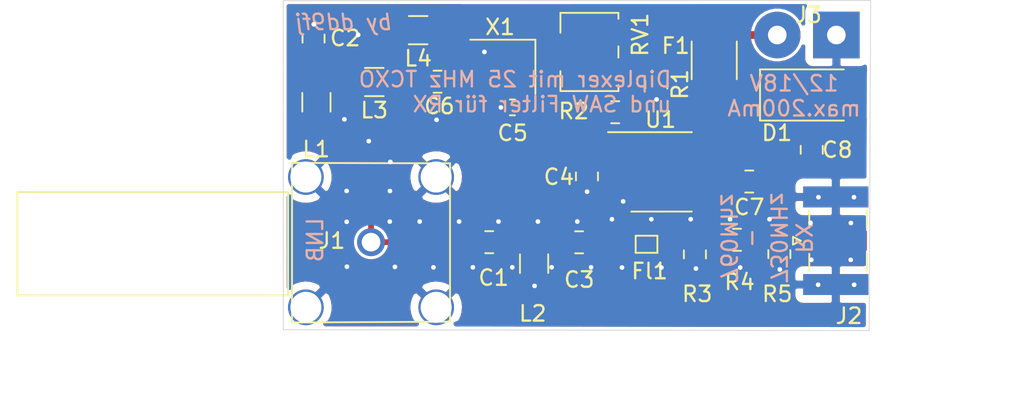
<source format=kicad_pcb>
(kicad_pcb (version 20171130) (host pcbnew "(5.1.5)-3")

  (general
    (thickness 1.6)
    (drawings 9)
    (tracks 143)
    (zones 0)
    (modules 26)
    (nets 17)
  )

  (page A4)
  (layers
    (0 F.Cu signal)
    (31 B.Cu signal)
    (32 B.Adhes user)
    (33 F.Adhes user)
    (34 B.Paste user)
    (35 F.Paste user)
    (36 B.SilkS user)
    (37 F.SilkS user)
    (38 B.Mask user)
    (39 F.Mask user)
    (40 Dwgs.User user)
    (41 Cmts.User user)
    (42 Eco1.User user)
    (43 Eco2.User user)
    (44 Edge.Cuts user)
    (45 Margin user)
    (46 B.CrtYd user)
    (47 F.CrtYd user)
    (48 B.Fab user)
    (49 F.Fab user hide)
  )

  (setup
    (last_trace_width 1.08)
    (user_trace_width 0.25)
    (user_trace_width 0.37)
    (user_trace_width 0.5)
    (user_trace_width 1.08)
    (trace_clearance 0.2)
    (zone_clearance 0.2)
    (zone_45_only no)
    (trace_min 0.2)
    (via_size 0.5)
    (via_drill 0.3)
    (via_min_size 0.4)
    (via_min_drill 0.3)
    (user_via 0.5 0.3)
    (uvia_size 0.3)
    (uvia_drill 0.1)
    (uvias_allowed no)
    (uvia_min_size 0.2)
    (uvia_min_drill 0.1)
    (edge_width 0.05)
    (segment_width 0.2)
    (pcb_text_width 0.3)
    (pcb_text_size 1.5 1.5)
    (mod_edge_width 0.12)
    (mod_text_size 1 1)
    (mod_text_width 0.15)
    (pad_size 1.524 1.524)
    (pad_drill 0.762)
    (pad_to_mask_clearance 0.051)
    (solder_mask_min_width 0.25)
    (aux_axis_origin 0 0)
    (visible_elements 7FFFFFFF)
    (pcbplotparams
      (layerselection 0x010fc_ffffffff)
      (usegerberextensions false)
      (usegerberattributes false)
      (usegerberadvancedattributes false)
      (creategerberjobfile false)
      (excludeedgelayer true)
      (linewidth 0.100000)
      (plotframeref false)
      (viasonmask false)
      (mode 1)
      (useauxorigin false)
      (hpglpennumber 1)
      (hpglpenspeed 20)
      (hpglpendiameter 15.000000)
      (psnegative false)
      (psa4output false)
      (plotreference true)
      (plotvalue true)
      (plotinvisibletext false)
      (padsonsilk false)
      (subtractmaskfromsilk false)
      (outputformat 1)
      (mirror false)
      (drillshape 1)
      (scaleselection 1)
      (outputdirectory ""))
  )

  (net 0 "")
  (net 1 "Net-(C1-Pad1)")
  (net 2 "Net-(C2-Pad1)")
  (net 3 GND)
  (net 4 "Net-(C4-Pad2)")
  (net 5 "Net-(C1-Pad2)")
  (net 6 "Net-(C3-Pad1)")
  (net 7 +12V)
  (net 8 "Net-(F1-Pad2)")
  (net 9 "Net-(U1-Pad6)")
  (net 10 "Net-(Fl1-PadA)")
  (net 11 "Net-(C6-Pad2)")
  (net 12 "Net-(RV1-Pad2)")
  (net 13 "Net-(J2-Pad1)")
  (net 14 "Net-(C6-Pad1)")
  (net 15 "Net-(R1-Pad1)")
  (net 16 "Net-(R2-Pad2)")

  (net_class Default "Dies ist die voreingestellte Netzklasse."
    (clearance 0.2)
    (trace_width 1.08)
    (via_dia 0.5)
    (via_drill 0.3)
    (uvia_dia 0.3)
    (uvia_drill 0.1)
    (add_net +12V)
    (add_net "Net-(C1-Pad1)")
    (add_net "Net-(C1-Pad2)")
    (add_net "Net-(C2-Pad1)")
    (add_net "Net-(C3-Pad1)")
    (add_net "Net-(C4-Pad2)")
    (add_net "Net-(C6-Pad1)")
    (add_net "Net-(C6-Pad2)")
    (add_net "Net-(F1-Pad2)")
    (add_net "Net-(J2-Pad1)")
    (add_net "Net-(R1-Pad1)")
    (add_net "Net-(R2-Pad2)")
    (add_net "Net-(RV1-Pad2)")
  )

  (net_class 75Ohm ""
    (clearance 0.2)
    (trace_width 0.37)
    (via_dia 0.5)
    (via_drill 0.3)
    (uvia_dia 0.3)
    (uvia_drill 0.1)
  )

  (net_class DC ""
    (clearance 0.2)
    (trace_width 0.5)
    (via_dia 0.8)
    (via_drill 0.4)
    (uvia_dia 0.3)
    (uvia_drill 0.1)
    (add_net GND)
    (add_net "Net-(U1-Pad6)")
  )

  (net_class klein ""
    (clearance 0.2)
    (trace_width 0.2)
    (via_dia 0.5)
    (via_drill 0.3)
    (uvia_dia 0.3)
    (uvia_drill 0.1)
    (add_net "Net-(Fl1-PadA)")
  )

  (module Resistor_SMD:R_0805_2012Metric (layer F.Cu) (tedit 5B36C52B) (tstamp 5E275635)
    (at 206.26578 94.63786 180)
    (descr "Resistor SMD 0805 (2012 Metric), square (rectangular) end terminal, IPC_7351 nominal, (Body size source: https://docs.google.com/spreadsheets/d/1BsfQQcO9C6DZCsRaXUlFlo91Tg2WpOkGARC1WS5S8t0/edit?usp=sharing), generated with kicad-footprint-generator")
    (tags resistor)
    (path /5DF497DF)
    (attr smd)
    (fp_text reference R4 (at -0.16764 -2.72542) (layer F.SilkS)
      (effects (font (size 1 1) (thickness 0.15)))
    )
    (fp_text value 100 (at 0 1.65) (layer F.Fab)
      (effects (font (size 1 1) (thickness 0.15)))
    )
    (fp_line (start -1 0.6) (end -1 -0.6) (layer F.Fab) (width 0.1))
    (fp_line (start -1 -0.6) (end 1 -0.6) (layer F.Fab) (width 0.1))
    (fp_line (start 1 -0.6) (end 1 0.6) (layer F.Fab) (width 0.1))
    (fp_line (start 1 0.6) (end -1 0.6) (layer F.Fab) (width 0.1))
    (fp_line (start -0.258578 -0.71) (end 0.258578 -0.71) (layer F.SilkS) (width 0.12))
    (fp_line (start -0.258578 0.71) (end 0.258578 0.71) (layer F.SilkS) (width 0.12))
    (fp_line (start -1.68 0.95) (end -1.68 -0.95) (layer F.CrtYd) (width 0.05))
    (fp_line (start -1.68 -0.95) (end 1.68 -0.95) (layer F.CrtYd) (width 0.05))
    (fp_line (start 1.68 -0.95) (end 1.68 0.95) (layer F.CrtYd) (width 0.05))
    (fp_line (start 1.68 0.95) (end -1.68 0.95) (layer F.CrtYd) (width 0.05))
    (fp_text user %R (at 0 0) (layer F.Fab)
      (effects (font (size 0.5 0.5) (thickness 0.08)))
    )
    (pad 1 smd roundrect (at -0.9375 0 180) (size 0.975 1.4) (layers F.Cu F.Paste F.Mask) (roundrect_rratio 0.25)
      (net 13 "Net-(J2-Pad1)"))
    (pad 2 smd roundrect (at 0.9375 0 180) (size 0.975 1.4) (layers F.Cu F.Paste F.Mask) (roundrect_rratio 0.25)
      (net 10 "Net-(Fl1-PadA)"))
    (model ${KISYS3DMOD}/Resistor_SMD.3dshapes/R_0805_2012Metric.wrl
      (at (xyz 0 0 0))
      (scale (xyz 1 1 1))
      (rotate (xyz 0 0 0))
    )
  )

  (module Bauteile_Mo:F-Printbuchse (layer F.Cu) (tedit 5DF8E2BE) (tstamp 5DF6640F)
    (at 178.46802 99.00412 90)
    (path /5DF58C07)
    (fp_text reference J1 (at 4.3053 1.68148 180) (layer F.SilkS)
      (effects (font (size 1 1) (thickness 0.15)))
    )
    (fp_text value Conn_Coaxial (at 4.8385 11.181 90) (layer F.Fab)
      (effects (font (size 1 1) (thickness 0.15)))
    )
    (fp_line (start 7.4422 -1.143) (end 0.7874 -1.143) (layer F.SilkS) (width 0.12))
    (fp_line (start 7.4422 -18.5928) (end 7.4422 -1.143) (layer F.SilkS) (width 0.12))
    (fp_line (start 0.7874 -18.5928) (end 7.4422 -18.5928) (layer F.SilkS) (width 0.12))
    (fp_line (start 0.7874 -1.1176) (end 0.7874 -18.5928) (layer F.SilkS) (width 0.12))
    (fp_line (start 9.2964 9.2964) (end -0.9144 9.2964) (layer F.SilkS) (width 0.12))
    (fp_line (start 9.3218 -0.889) (end 9.2964 9.2964) (layer F.SilkS) (width 0.12))
    (fp_line (start -0.9652 -0.889) (end 9.3218 -0.889) (layer F.SilkS) (width 0.12))
    (fp_line (start -0.9144 9.2964) (end -0.9652 -0.889) (layer F.SilkS) (width 0.12))
    (fp_line (start 9.8931 9.8856) (end -1.3591 9.8856) (layer F.CrtYd) (width 0.12))
    (fp_line (start 9.9947 -19.6546) (end 9.8931 9.8856) (layer F.CrtYd) (width 0.12))
    (fp_line (start -1.3591 -19.6546) (end 9.9947 -19.6546) (layer F.CrtYd) (width 0.12))
    (fp_line (start -1.3591 9.8856) (end -1.3591 -19.6546) (layer F.CrtYd) (width 0.12))
    (pad 2 thru_hole circle (at 8.4125 8.405 90) (size 2.3 2.3) (drill 2) (layers *.Cu *.Mask)
      (net 3 GND))
    (pad 2 thru_hole circle (at 0.0125 8.405 90) (size 2.3 2.3) (drill 2) (layers *.Cu *.Mask)
      (net 3 GND))
    (pad 1 thru_hole circle (at 4.2125 4.205 90) (size 1.8 1.8) (drill 1.2) (layers *.Cu *.Mask)
      (net 5 "Net-(C1-Pad2)"))
    (pad 2 thru_hole circle (at 8.4125 0.005 90) (size 2.3 2.3) (drill 2) (layers *.Cu *.Mask)
      (net 3 GND))
    (pad 2 thru_hole circle (at 0.0125 0.005 90) (size 2.3 2.3) (drill 2) (layers *.Cu *.Mask)
      (net 3 GND))
  )

  (module Fuse:Fuse_Littelfuse-NANO2-451_453 (layer F.Cu) (tedit 5DA6DC9F) (tstamp 5DF663FA)
    (at 204.79766 83.0707 90)
    (descr "Littelfuse NANO2 https://www.littelfuse.com/~/media/electronics/datasheets/fuses/littelfuse_fuse_451_453_datasheet.pdf.pdf")
    (tags "Fuse Nano2")
    (path /5DF524BA)
    (attr smd)
    (fp_text reference F1 (at 0.93726 -2.48412 unlocked) (layer F.SilkS)
      (effects (font (size 1 1) (thickness 0.15)))
    )
    (fp_text value Fuse_Small (at 0 2.7 90 unlocked) (layer F.Fab)
      (effects (font (size 1 1) (thickness 0.15)))
    )
    (fp_line (start -1.215 1.455) (end 1.215 1.455) (layer F.SilkS) (width 0.12))
    (fp_line (start -1.215 -1.455) (end 1.215 -1.455) (layer F.SilkS) (width 0.12))
    (fp_line (start -3.69 1.83) (end -3.69 -1.83) (layer F.CrtYd) (width 0.05))
    (fp_line (start 3.69 1.83) (end -3.69 1.83) (layer F.CrtYd) (width 0.05))
    (fp_line (start 3.69 -1.83) (end 3.69 1.83) (layer F.CrtYd) (width 0.05))
    (fp_line (start -3.69 -1.83) (end 3.69 -1.83) (layer F.CrtYd) (width 0.05))
    (fp_line (start -3.05 1.345) (end 3.05 1.345) (layer F.Fab) (width 0.1))
    (fp_line (start -3.05 -1.345) (end -3.05 1.345) (layer F.Fab) (width 0.1))
    (fp_line (start 3.05 1.345) (end 3.05 -1.345) (layer F.Fab) (width 0.1))
    (fp_line (start -3.05 -1.345) (end 3.05 -1.345) (layer F.Fab) (width 0.1))
    (fp_text user %R (at 0 0 90) (layer F.Fab)
      (effects (font (size 1 1) (thickness 0.15)))
    )
    (pad 1 smd rect (at -2.455 0 90) (size 1.96 3.15) (layers F.Cu F.Paste F.Mask)
      (net 7 +12V))
    (pad 2 smd rect (at 2.455 0 90) (size 1.96 3.15) (layers F.Cu F.Paste F.Mask)
      (net 8 "Net-(F1-Pad2)"))
    (model ${KISYS3DMOD}/Fuse.3dshapes/Fuse_Littelfuse-NANO2-451_453.wrl
      (at (xyz 0 0 0))
      (scale (xyz 1 1 1))
      (rotate (xyz 0 0 0))
    )
  )

  (module Connector_Coaxial:SMA_Samtec_SMA-J-P-X-ST-EM1_EdgeMount (layer F.Cu) (tedit 5DAA3454) (tstamp 5DF6643D)
    (at 212.6361 94.69882 90)
    (descr "Connector SMA, 0Hz to 20GHz, 50Ohm, Edge Mount (http://suddendocs.samtec.com/prints/sma-j-p-x-st-em1-mkt.pdf)")
    (tags "SMA Straight Samtec Edge Mount")
    (path /5DF523F3)
    (attr smd)
    (fp_text reference J2 (at -4.84632 0.8509 180) (layer F.SilkS)
      (effects (font (size 1 1) (thickness 0.15)))
    )
    (fp_text value Conn_Coaxial (at 0 13 90) (layer F.Fab)
      (effects (font (size 1 1) (thickness 0.15)))
    )
    (fp_line (start -0.25 -2.76) (end 0 -2.26) (layer F.SilkS) (width 0.12))
    (fp_line (start 0.25 -2.76) (end -0.25 -2.76) (layer F.SilkS) (width 0.12))
    (fp_line (start 0 -2.26) (end 0.25 -2.76) (layer F.SilkS) (width 0.12))
    (fp_line (start 0 3.1) (end -0.64 2.1) (layer F.Fab) (width 0.1))
    (fp_line (start 0.64 2.1) (end 0 3.1) (layer F.Fab) (width 0.1))
    (fp_text user %R (at 0 4.79 270) (layer F.Fab)
      (effects (font (size 1 1) (thickness 0.15)))
    )
    (fp_line (start 4 2.6) (end 4 -2.6) (layer F.CrtYd) (width 0.05))
    (fp_line (start 3.68 12.12) (end -3.68 12.12) (layer F.CrtYd) (width 0.05))
    (fp_line (start -4 2.6) (end -4 -2.6) (layer F.CrtYd) (width 0.05))
    (fp_line (start -4 -2.6) (end 4 -2.6) (layer F.CrtYd) (width 0.05))
    (fp_line (start 4 2.6) (end 4 -2.6) (layer B.CrtYd) (width 0.05))
    (fp_line (start 3.68 12.12) (end -3.68 12.12) (layer B.CrtYd) (width 0.05))
    (fp_line (start -4 2.6) (end -4 -2.6) (layer B.CrtYd) (width 0.05))
    (fp_line (start -4 -2.6) (end 4 -2.6) (layer B.CrtYd) (width 0.05))
    (fp_line (start 3.165 11.62) (end -3.165 11.62) (layer F.Fab) (width 0.1))
    (fp_line (start 3.175 -1.71) (end 3.175 11.62) (layer F.Fab) (width 0.1))
    (fp_line (start 3.175 -1.71) (end 2.365 -1.71) (layer F.Fab) (width 0.1))
    (fp_line (start 2.365 -1.71) (end 2.365 2.1) (layer F.Fab) (width 0.1))
    (fp_line (start 2.365 2.1) (end -2.365 2.1) (layer F.Fab) (width 0.1))
    (fp_line (start -2.365 2.1) (end -2.365 -1.71) (layer F.Fab) (width 0.1))
    (fp_line (start -2.365 -1.71) (end -3.175 -1.71) (layer F.Fab) (width 0.1))
    (fp_line (start -3.175 -1.71) (end -3.175 11.62) (layer F.Fab) (width 0.1))
    (fp_line (start 4.1 2.1) (end -4.1 2.1) (layer Dwgs.User) (width 0.1))
    (fp_text user "PCB Edge" (at 0 2.6 90) (layer Dwgs.User)
      (effects (font (size 0.5 0.5) (thickness 0.1)))
    )
    (fp_line (start -3.68 2.6) (end -4 2.6) (layer F.CrtYd) (width 0.05))
    (fp_line (start -3.68 12.12) (end -3.68 2.6) (layer F.CrtYd) (width 0.05))
    (fp_line (start 3.68 2.6) (end 4 2.6) (layer F.CrtYd) (width 0.05))
    (fp_line (start 3.68 2.6) (end 3.68 12.12) (layer F.CrtYd) (width 0.05))
    (fp_line (start -3.68 2.6) (end -4 2.6) (layer B.CrtYd) (width 0.05))
    (fp_line (start -3.68 12.12) (end -3.68 2.6) (layer B.CrtYd) (width 0.05))
    (fp_line (start 4 2.6) (end 3.68 2.6) (layer B.CrtYd) (width 0.05))
    (fp_line (start 3.68 2.6) (end 3.68 12.12) (layer B.CrtYd) (width 0.05))
    (fp_line (start -1.95 2) (end -0.84 2) (layer F.SilkS) (width 0.12))
    (fp_line (start 0.84 2) (end 1.95 2) (layer F.SilkS) (width 0.12))
    (fp_line (start -1.95 -1.71) (end -0.84 -1.71) (layer F.SilkS) (width 0.12))
    (fp_line (start 0.84 -1.71) (end 1.95 -1.71) (layer F.SilkS) (width 0.12))
    (fp_text user "Board Thickness: 1.57mm" (at 0 -5.45 90) (layer Cmts.User)
      (effects (font (size 1 1) (thickness 0.15)))
    )
    (pad 2 smd rect (at -2.825 0 90) (size 1.35 4.2) (layers B.Cu B.Paste B.Mask)
      (net 3 GND))
    (pad 2 smd rect (at 2.825 0 90) (size 1.35 4.2) (layers B.Cu B.Paste B.Mask)
      (net 3 GND))
    (pad 2 smd rect (at -2.825 0 90) (size 1.35 4.2) (layers F.Cu F.Paste F.Mask)
      (net 3 GND))
    (pad 2 smd rect (at 2.825 0 90) (size 1.35 4.2) (layers F.Cu F.Paste F.Mask)
      (net 3 GND))
    (pad 1 smd rect (at 0 0.2 90) (size 1.27 3.6) (layers F.Cu F.Paste F.Mask)
      (net 13 "Net-(J2-Pad1)"))
    (model ${KISYS3DMOD}/Connector_Coaxial.3dshapes/SMA_Samtec_SMA-J-P-X-ST-EM1_EdgeMount.wrl
      (at (xyz 0 0 0))
      (scale (xyz 1 1 1))
      (rotate (xyz 0 0 0))
    )
  )

  (module Connector_Wire:SolderWirePad_1x02_P3.81mm_Drill1.2mm (layer F.Cu) (tedit 5AEE5EF3) (tstamp 5DF66448)
    (at 212.67166 81.43748 180)
    (descr "Wire solder connection")
    (tags connector)
    (path /5DF57EFA)
    (attr virtual)
    (fp_text reference J3 (at 1.79832 1.2954) (layer F.SilkS)
      (effects (font (size 1 1) (thickness 0.15)))
    )
    (fp_text value Conn_01x02_Male (at 1.905 3.81) (layer F.Fab)
      (effects (font (size 1 1) (thickness 0.15)))
    )
    (fp_text user %R (at 1.905 0) (layer F.Fab)
      (effects (font (size 1 1) (thickness 0.15)))
    )
    (fp_line (start -1.99 -2) (end 5.81 -2) (layer F.CrtYd) (width 0.05))
    (fp_line (start -1.99 -2) (end -1.99 2) (layer F.CrtYd) (width 0.05))
    (fp_line (start 5.81 2) (end 5.81 -2) (layer F.CrtYd) (width 0.05))
    (fp_line (start 5.81 2) (end -1.99 2) (layer F.CrtYd) (width 0.05))
    (pad 1 thru_hole rect (at 0 0 180) (size 2.99974 2.99974) (drill 1.19888) (layers *.Cu *.Mask)
      (net 3 GND))
    (pad 2 thru_hole circle (at 3.81 0 180) (size 2.99974 2.99974) (drill 1.19888) (layers *.Cu *.Mask)
      (net 8 "Net-(F1-Pad2)"))
  )

  (module Package_SO:SOIC-8-1EP_3.9x4.9mm_P1.27mm_EP2.29x3mm (layer F.Cu) (tedit 5C56E16F) (tstamp 5DF664EF)
    (at 201.40168 90.2589)
    (descr "SOIC, 8 Pin (https://www.analog.com/media/en/technical-documentation/data-sheets/ada4898-1_4898-2.pdf#page=29), generated with kicad-footprint-generator ipc_gullwing_generator.py")
    (tags "SOIC SO")
    (path /5DF6CF71)
    (attr smd)
    (fp_text reference U1 (at -0.06604 -3.35788) (layer F.SilkS)
      (effects (font (size 1 1) (thickness 0.15)))
    )
    (fp_text value ADP7142ARDZ-3.3 (at 0 3.4) (layer F.Fab)
      (effects (font (size 1 1) (thickness 0.15)))
    )
    (fp_line (start 0 2.56) (end 1.95 2.56) (layer F.SilkS) (width 0.12))
    (fp_line (start 0 2.56) (end -1.95 2.56) (layer F.SilkS) (width 0.12))
    (fp_line (start 0 -2.56) (end 1.95 -2.56) (layer F.SilkS) (width 0.12))
    (fp_line (start 0 -2.56) (end -3.45 -2.56) (layer F.SilkS) (width 0.12))
    (fp_line (start -0.975 -2.45) (end 1.95 -2.45) (layer F.Fab) (width 0.1))
    (fp_line (start 1.95 -2.45) (end 1.95 2.45) (layer F.Fab) (width 0.1))
    (fp_line (start 1.95 2.45) (end -1.95 2.45) (layer F.Fab) (width 0.1))
    (fp_line (start -1.95 2.45) (end -1.95 -1.475) (layer F.Fab) (width 0.1))
    (fp_line (start -1.95 -1.475) (end -0.975 -2.45) (layer F.Fab) (width 0.1))
    (fp_line (start -3.7 -2.7) (end -3.7 2.7) (layer F.CrtYd) (width 0.05))
    (fp_line (start -3.7 2.7) (end 3.7 2.7) (layer F.CrtYd) (width 0.05))
    (fp_line (start 3.7 2.7) (end 3.7 -2.7) (layer F.CrtYd) (width 0.05))
    (fp_line (start 3.7 -2.7) (end -3.7 -2.7) (layer F.CrtYd) (width 0.05))
    (fp_text user %R (at 0 0) (layer F.Fab)
      (effects (font (size 0.98 0.98) (thickness 0.15)))
    )
    (pad 9 smd roundrect (at 0 0) (size 2.29 3) (layers F.Cu F.Mask) (roundrect_rratio 0.10917)
      (net 3 GND))
    (pad "" smd roundrect (at -0.57 -0.75) (size 0.92 1.21) (layers F.Paste) (roundrect_rratio 0.25))
    (pad "" smd roundrect (at -0.57 0.75) (size 0.92 1.21) (layers F.Paste) (roundrect_rratio 0.25))
    (pad "" smd roundrect (at 0.57 -0.75) (size 0.92 1.21) (layers F.Paste) (roundrect_rratio 0.25))
    (pad "" smd roundrect (at 0.57 0.75) (size 0.92 1.21) (layers F.Paste) (roundrect_rratio 0.25))
    (pad 1 smd roundrect (at -2.475 -1.905) (size 1.95 0.6) (layers F.Cu F.Paste F.Mask) (roundrect_rratio 0.25)
      (net 4 "Net-(C4-Pad2)"))
    (pad 2 smd roundrect (at -2.475 -0.635) (size 1.95 0.6) (layers F.Cu F.Paste F.Mask) (roundrect_rratio 0.25)
      (net 4 "Net-(C4-Pad2)"))
    (pad 3 smd roundrect (at -2.475 0.635) (size 1.95 0.6) (layers F.Cu F.Paste F.Mask) (roundrect_rratio 0.25)
      (net 4 "Net-(C4-Pad2)"))
    (pad 4 smd roundrect (at -2.475 1.905) (size 1.95 0.6) (layers F.Cu F.Paste F.Mask) (roundrect_rratio 0.25)
      (net 3 GND))
    (pad 5 smd roundrect (at 2.475 1.905) (size 1.95 0.6) (layers F.Cu F.Paste F.Mask) (roundrect_rratio 0.25)
      (net 7 +12V))
    (pad 6 smd roundrect (at 2.475 0.635) (size 1.95 0.6) (layers F.Cu F.Paste F.Mask) (roundrect_rratio 0.25)
      (net 9 "Net-(U1-Pad6)"))
    (pad 7 smd roundrect (at 2.475 -0.635) (size 1.95 0.6) (layers F.Cu F.Paste F.Mask) (roundrect_rratio 0.25)
      (net 7 +12V))
    (pad 8 smd roundrect (at 2.475 -1.905) (size 1.95 0.6) (layers F.Cu F.Paste F.Mask) (roundrect_rratio 0.25)
      (net 7 +12V))
    (model ${KISYS3DMOD}/Package_SO.3dshapes/SOIC-8-1EP_3.9x4.9mm_P1.27mm_EP2.29x3mm.wrl
      (at (xyz 0 0 0))
      (scale (xyz 1 1 1))
      (rotate (xyz 0 0 0))
    )
  )

  (module Bauteile_Mo:AFS14 (layer F.Cu) (tedit 5DFF9927) (tstamp 5E077C7E)
    (at 203.07046 94.90202)
    (path /5E075309)
    (attr smd)
    (fp_text reference Fl1 (at -2.44094 1.76022) (layer F.SilkS)
      (effects (font (size 1 1) (thickness 0.15)))
    )
    (fp_text value Bauteile_Mo_AFS14 (at -3.55 -1.9375) (layer F.Fab)
      (effects (font (size 1 1) (thickness 0.15)))
    )
    (fp_line (start -1.9375 -0.525) (end -3.3375 -0.525) (layer F.SilkS) (width 0.12))
    (fp_line (start -3.3375 -0.525) (end -3.3375 0.575) (layer F.SilkS) (width 0.12))
    (fp_line (start -3.3375 0.575) (end -1.9375 0.575) (layer F.SilkS) (width 0.12))
    (fp_line (start -1.9375 0.575) (end -1.9375 -0.525) (layer F.SilkS) (width 0.12))
    (pad E smd rect (at -2.05 0.3) (size 0.425 0.325) (layers F.Cu F.Paste F.Mask)
      (net 3 GND))
    (pad A smd rect (at -2.05 -0.275) (size 0.425 0.325) (layers F.Cu F.Paste F.Mask)
      (net 10 "Net-(Fl1-PadA)"))
    (pad B smd rect (at -2.6375 -0.375) (size 0.25 0.525) (layers F.Cu F.Paste F.Mask)
      (net 3 GND))
    (pad D smd rect (at -2.6375 0.4) (size 0.25 0.525) (layers F.Cu F.Paste F.Mask)
      (net 3 GND))
    (pad C smd rect (at -3.225 0.0125) (size 0.425 0.325) (layers F.Cu F.Paste F.Mask)
      (net 6 "Net-(C3-Pad1)"))
    (model C:/Users/dd9fj/Desktop/HamRadio/KiCad_Projekte/eigene3D/AFS14.STEP
      (offset (xyz -2.6 0 0.4))
      (scale (xyz 1 1 1))
      (rotate (xyz 90 -180 0))
    )
  )

  (module Capacitor_SMD:C_0805_2012Metric (layer F.Cu) (tedit 5B36C52B) (tstamp 5E27554D)
    (at 190.29426 94.7928 180)
    (descr "Capacitor SMD 0805 (2012 Metric), square (rectangular) end terminal, IPC_7351 nominal, (Body size source: https://docs.google.com/spreadsheets/d/1BsfQQcO9C6DZCsRaXUlFlo91Tg2WpOkGARC1WS5S8t0/edit?usp=sharing), generated with kicad-footprint-generator")
    (tags capacitor)
    (path /5DF3DFC6)
    (attr smd)
    (fp_text reference C1 (at -0.28194 -2.29362) (layer F.SilkS)
      (effects (font (size 1 1) (thickness 0.15)))
    )
    (fp_text value 18p (at 0 1.65) (layer F.Fab)
      (effects (font (size 1 1) (thickness 0.15)))
    )
    (fp_text user %R (at 0 0) (layer F.Fab)
      (effects (font (size 0.5 0.5) (thickness 0.08)))
    )
    (fp_line (start 1.68 0.95) (end -1.68 0.95) (layer F.CrtYd) (width 0.05))
    (fp_line (start 1.68 -0.95) (end 1.68 0.95) (layer F.CrtYd) (width 0.05))
    (fp_line (start -1.68 -0.95) (end 1.68 -0.95) (layer F.CrtYd) (width 0.05))
    (fp_line (start -1.68 0.95) (end -1.68 -0.95) (layer F.CrtYd) (width 0.05))
    (fp_line (start -0.258578 0.71) (end 0.258578 0.71) (layer F.SilkS) (width 0.12))
    (fp_line (start -0.258578 -0.71) (end 0.258578 -0.71) (layer F.SilkS) (width 0.12))
    (fp_line (start 1 0.6) (end -1 0.6) (layer F.Fab) (width 0.1))
    (fp_line (start 1 -0.6) (end 1 0.6) (layer F.Fab) (width 0.1))
    (fp_line (start -1 -0.6) (end 1 -0.6) (layer F.Fab) (width 0.1))
    (fp_line (start -1 0.6) (end -1 -0.6) (layer F.Fab) (width 0.1))
    (pad 2 smd roundrect (at 0.9375 0 180) (size 0.975 1.4) (layers F.Cu F.Paste F.Mask) (roundrect_rratio 0.25)
      (net 5 "Net-(C1-Pad2)"))
    (pad 1 smd roundrect (at -0.9375 0 180) (size 0.975 1.4) (layers F.Cu F.Paste F.Mask) (roundrect_rratio 0.25)
      (net 1 "Net-(C1-Pad1)"))
    (model ${KISYS3DMOD}/Capacitor_SMD.3dshapes/C_0805_2012Metric.wrl
      (at (xyz 0 0 0))
      (scale (xyz 1 1 1))
      (rotate (xyz 0 0 0))
    )
  )

  (module Capacitor_SMD:C_0805_2012Metric (layer F.Cu) (tedit 5B36C52B) (tstamp 5E27555D)
    (at 178.96586 81.66862 90)
    (descr "Capacitor SMD 0805 (2012 Metric), square (rectangular) end terminal, IPC_7351 nominal, (Body size source: https://docs.google.com/spreadsheets/d/1BsfQQcO9C6DZCsRaXUlFlo91Tg2WpOkGARC1WS5S8t0/edit?usp=sharing), generated with kicad-footprint-generator")
    (tags capacitor)
    (path /5DF40A4B)
    (attr smd)
    (fp_text reference C2 (at 0.0254 2.04216 180) (layer F.SilkS)
      (effects (font (size 1 1) (thickness 0.15)))
    )
    (fp_text value 44p8 (at 0 1.65 90) (layer F.Fab)
      (effects (font (size 1 1) (thickness 0.15)))
    )
    (fp_line (start -1 0.6) (end -1 -0.6) (layer F.Fab) (width 0.1))
    (fp_line (start -1 -0.6) (end 1 -0.6) (layer F.Fab) (width 0.1))
    (fp_line (start 1 -0.6) (end 1 0.6) (layer F.Fab) (width 0.1))
    (fp_line (start 1 0.6) (end -1 0.6) (layer F.Fab) (width 0.1))
    (fp_line (start -0.258578 -0.71) (end 0.258578 -0.71) (layer F.SilkS) (width 0.12))
    (fp_line (start -0.258578 0.71) (end 0.258578 0.71) (layer F.SilkS) (width 0.12))
    (fp_line (start -1.68 0.95) (end -1.68 -0.95) (layer F.CrtYd) (width 0.05))
    (fp_line (start -1.68 -0.95) (end 1.68 -0.95) (layer F.CrtYd) (width 0.05))
    (fp_line (start 1.68 -0.95) (end 1.68 0.95) (layer F.CrtYd) (width 0.05))
    (fp_line (start 1.68 0.95) (end -1.68 0.95) (layer F.CrtYd) (width 0.05))
    (fp_text user %R (at 0 0 90) (layer F.Fab)
      (effects (font (size 0.5 0.5) (thickness 0.08)))
    )
    (pad 1 smd roundrect (at -0.9375 0 90) (size 0.975 1.4) (layers F.Cu F.Paste F.Mask) (roundrect_rratio 0.25)
      (net 2 "Net-(C2-Pad1)"))
    (pad 2 smd roundrect (at 0.9375 0 90) (size 0.975 1.4) (layers F.Cu F.Paste F.Mask) (roundrect_rratio 0.25)
      (net 3 GND))
    (model ${KISYS3DMOD}/Capacitor_SMD.3dshapes/C_0805_2012Metric.wrl
      (at (xyz 0 0 0))
      (scale (xyz 1 1 1))
      (rotate (xyz 0 0 0))
    )
  )

  (module Capacitor_SMD:C_0805_2012Metric (layer F.Cu) (tedit 5B36C52B) (tstamp 5E27556D)
    (at 196.088 94.80042 180)
    (descr "Capacitor SMD 0805 (2012 Metric), square (rectangular) end terminal, IPC_7351 nominal, (Body size source: https://docs.google.com/spreadsheets/d/1BsfQQcO9C6DZCsRaXUlFlo91Tg2WpOkGARC1WS5S8t0/edit?usp=sharing), generated with kicad-footprint-generator")
    (tags capacitor)
    (path /5DF3EA0D)
    (attr smd)
    (fp_text reference C3 (at -0.00762 -2.41046) (layer F.SilkS)
      (effects (font (size 1 1) (thickness 0.15)))
    )
    (fp_text value 33p (at 0 1.65) (layer F.Fab)
      (effects (font (size 1 1) (thickness 0.15)))
    )
    (fp_line (start -1 0.6) (end -1 -0.6) (layer F.Fab) (width 0.1))
    (fp_line (start -1 -0.6) (end 1 -0.6) (layer F.Fab) (width 0.1))
    (fp_line (start 1 -0.6) (end 1 0.6) (layer F.Fab) (width 0.1))
    (fp_line (start 1 0.6) (end -1 0.6) (layer F.Fab) (width 0.1))
    (fp_line (start -0.258578 -0.71) (end 0.258578 -0.71) (layer F.SilkS) (width 0.12))
    (fp_line (start -0.258578 0.71) (end 0.258578 0.71) (layer F.SilkS) (width 0.12))
    (fp_line (start -1.68 0.95) (end -1.68 -0.95) (layer F.CrtYd) (width 0.05))
    (fp_line (start -1.68 -0.95) (end 1.68 -0.95) (layer F.CrtYd) (width 0.05))
    (fp_line (start 1.68 -0.95) (end 1.68 0.95) (layer F.CrtYd) (width 0.05))
    (fp_line (start 1.68 0.95) (end -1.68 0.95) (layer F.CrtYd) (width 0.05))
    (fp_text user %R (at 0 0) (layer F.Fab)
      (effects (font (size 0.5 0.5) (thickness 0.08)))
    )
    (pad 1 smd roundrect (at -0.9375 0 180) (size 0.975 1.4) (layers F.Cu F.Paste F.Mask) (roundrect_rratio 0.25)
      (net 6 "Net-(C3-Pad1)"))
    (pad 2 smd roundrect (at 0.9375 0 180) (size 0.975 1.4) (layers F.Cu F.Paste F.Mask) (roundrect_rratio 0.25)
      (net 1 "Net-(C1-Pad1)"))
    (model ${KISYS3DMOD}/Capacitor_SMD.3dshapes/C_0805_2012Metric.wrl
      (at (xyz 0 0 0))
      (scale (xyz 1 1 1))
      (rotate (xyz 0 0 0))
    )
  )

  (module Capacitor_SMD:C_0805_2012Metric (layer F.Cu) (tedit 5B36C52B) (tstamp 5E27557D)
    (at 186.96178 84.44484)
    (descr "Capacitor SMD 0805 (2012 Metric), square (rectangular) end terminal, IPC_7351 nominal, (Body size source: https://docs.google.com/spreadsheets/d/1BsfQQcO9C6DZCsRaXUlFlo91Tg2WpOkGARC1WS5S8t0/edit?usp=sharing), generated with kicad-footprint-generator")
    (tags capacitor)
    (path /5DF3F0FA)
    (attr smd)
    (fp_text reference C6 (at 0.11938 1.57734) (layer F.SilkS)
      (effects (font (size 1 1) (thickness 0.15)))
    )
    (fp_text value 10n (at 0 1.65) (layer F.Fab)
      (effects (font (size 1 1) (thickness 0.15)))
    )
    (fp_text user %R (at 0 0) (layer F.Fab)
      (effects (font (size 0.5 0.5) (thickness 0.08)))
    )
    (fp_line (start 1.68 0.95) (end -1.68 0.95) (layer F.CrtYd) (width 0.05))
    (fp_line (start 1.68 -0.95) (end 1.68 0.95) (layer F.CrtYd) (width 0.05))
    (fp_line (start -1.68 -0.95) (end 1.68 -0.95) (layer F.CrtYd) (width 0.05))
    (fp_line (start -1.68 0.95) (end -1.68 -0.95) (layer F.CrtYd) (width 0.05))
    (fp_line (start -0.258578 0.71) (end 0.258578 0.71) (layer F.SilkS) (width 0.12))
    (fp_line (start -0.258578 -0.71) (end 0.258578 -0.71) (layer F.SilkS) (width 0.12))
    (fp_line (start 1 0.6) (end -1 0.6) (layer F.Fab) (width 0.1))
    (fp_line (start 1 -0.6) (end 1 0.6) (layer F.Fab) (width 0.1))
    (fp_line (start -1 -0.6) (end 1 -0.6) (layer F.Fab) (width 0.1))
    (fp_line (start -1 0.6) (end -1 -0.6) (layer F.Fab) (width 0.1))
    (pad 2 smd roundrect (at 0.9375 0) (size 0.975 1.4) (layers F.Cu F.Paste F.Mask) (roundrect_rratio 0.25)
      (net 11 "Net-(C6-Pad2)"))
    (pad 1 smd roundrect (at -0.9375 0) (size 0.975 1.4) (layers F.Cu F.Paste F.Mask) (roundrect_rratio 0.25)
      (net 14 "Net-(C6-Pad1)"))
    (model ${KISYS3DMOD}/Capacitor_SMD.3dshapes/C_0805_2012Metric.wrl
      (at (xyz 0 0 0))
      (scale (xyz 1 1 1))
      (rotate (xyz 0 0 0))
    )
  )

  (module Capacitor_SMD:C_0805_2012Metric (layer F.Cu) (tedit 5B36C52B) (tstamp 5E27558D)
    (at 211.08416 88.83904 270)
    (descr "Capacitor SMD 0805 (2012 Metric), square (rectangular) end terminal, IPC_7351 nominal, (Body size source: https://docs.google.com/spreadsheets/d/1BsfQQcO9C6DZCsRaXUlFlo91Tg2WpOkGARC1WS5S8t0/edit?usp=sharing), generated with kicad-footprint-generator")
    (tags capacitor)
    (path /5DF48F9B)
    (attr smd)
    (fp_text reference C8 (at 0 -1.65 180) (layer F.SilkS)
      (effects (font (size 1 1) (thickness 0.15)))
    )
    (fp_text value 1n (at 0 1.65 90) (layer F.Fab)
      (effects (font (size 1 1) (thickness 0.15)))
    )
    (fp_line (start -1 0.6) (end -1 -0.6) (layer F.Fab) (width 0.1))
    (fp_line (start -1 -0.6) (end 1 -0.6) (layer F.Fab) (width 0.1))
    (fp_line (start 1 -0.6) (end 1 0.6) (layer F.Fab) (width 0.1))
    (fp_line (start 1 0.6) (end -1 0.6) (layer F.Fab) (width 0.1))
    (fp_line (start -0.258578 -0.71) (end 0.258578 -0.71) (layer F.SilkS) (width 0.12))
    (fp_line (start -0.258578 0.71) (end 0.258578 0.71) (layer F.SilkS) (width 0.12))
    (fp_line (start -1.68 0.95) (end -1.68 -0.95) (layer F.CrtYd) (width 0.05))
    (fp_line (start -1.68 -0.95) (end 1.68 -0.95) (layer F.CrtYd) (width 0.05))
    (fp_line (start 1.68 -0.95) (end 1.68 0.95) (layer F.CrtYd) (width 0.05))
    (fp_line (start 1.68 0.95) (end -1.68 0.95) (layer F.CrtYd) (width 0.05))
    (fp_text user %R (at 0 0 90) (layer F.Fab)
      (effects (font (size 0.5 0.5) (thickness 0.08)))
    )
    (pad 1 smd roundrect (at -0.9375 0 270) (size 0.975 1.4) (layers F.Cu F.Paste F.Mask) (roundrect_rratio 0.25)
      (net 7 +12V))
    (pad 2 smd roundrect (at 0.9375 0 270) (size 0.975 1.4) (layers F.Cu F.Paste F.Mask) (roundrect_rratio 0.25)
      (net 3 GND))
    (model ${KISYS3DMOD}/Capacitor_SMD.3dshapes/C_0805_2012Metric.wrl
      (at (xyz 0 0 0))
      (scale (xyz 1 1 1))
      (rotate (xyz 0 0 0))
    )
  )

  (module Capacitor_SMD:C_0805_2012Metric (layer F.Cu) (tedit 5B36C52B) (tstamp 5E27559D)
    (at 196.59346 90.55354 90)
    (descr "Capacitor SMD 0805 (2012 Metric), square (rectangular) end terminal, IPC_7351 nominal, (Body size source: https://docs.google.com/spreadsheets/d/1BsfQQcO9C6DZCsRaXUlFlo91Tg2WpOkGARC1WS5S8t0/edit?usp=sharing), generated with kicad-footprint-generator")
    (tags capacitor)
    (path /5E15A71E)
    (attr smd)
    (fp_text reference C4 (at -0.03048 -1.81102 180) (layer F.SilkS)
      (effects (font (size 1 1) (thickness 0.15)))
    )
    (fp_text value "2,2uf 16V" (at 0 1.65 90) (layer F.Fab)
      (effects (font (size 1 1) (thickness 0.15)))
    )
    (fp_line (start -1 0.6) (end -1 -0.6) (layer F.Fab) (width 0.1))
    (fp_line (start -1 -0.6) (end 1 -0.6) (layer F.Fab) (width 0.1))
    (fp_line (start 1 -0.6) (end 1 0.6) (layer F.Fab) (width 0.1))
    (fp_line (start 1 0.6) (end -1 0.6) (layer F.Fab) (width 0.1))
    (fp_line (start -0.258578 -0.71) (end 0.258578 -0.71) (layer F.SilkS) (width 0.12))
    (fp_line (start -0.258578 0.71) (end 0.258578 0.71) (layer F.SilkS) (width 0.12))
    (fp_line (start -1.68 0.95) (end -1.68 -0.95) (layer F.CrtYd) (width 0.05))
    (fp_line (start -1.68 -0.95) (end 1.68 -0.95) (layer F.CrtYd) (width 0.05))
    (fp_line (start 1.68 -0.95) (end 1.68 0.95) (layer F.CrtYd) (width 0.05))
    (fp_line (start 1.68 0.95) (end -1.68 0.95) (layer F.CrtYd) (width 0.05))
    (fp_text user %R (at 0 0 90) (layer F.Fab)
      (effects (font (size 0.5 0.5) (thickness 0.08)))
    )
    (pad 1 smd roundrect (at -0.9375 0 90) (size 0.975 1.4) (layers F.Cu F.Paste F.Mask) (roundrect_rratio 0.25)
      (net 3 GND))
    (pad 2 smd roundrect (at 0.9375 0 90) (size 0.975 1.4) (layers F.Cu F.Paste F.Mask) (roundrect_rratio 0.25)
      (net 4 "Net-(C4-Pad2)"))
    (model ${KISYS3DMOD}/Capacitor_SMD.3dshapes/C_0805_2012Metric.wrl
      (at (xyz 0 0 0))
      (scale (xyz 1 1 1))
      (rotate (xyz 0 0 0))
    )
  )

  (module Capacitor_SMD:C_0805_2012Metric (layer F.Cu) (tedit 5B36C52B) (tstamp 5E2755AD)
    (at 207.05572 90.8812 180)
    (descr "Capacitor SMD 0805 (2012 Metric), square (rectangular) end terminal, IPC_7351 nominal, (Body size source: https://docs.google.com/spreadsheets/d/1BsfQQcO9C6DZCsRaXUlFlo91Tg2WpOkGARC1WS5S8t0/edit?usp=sharing), generated with kicad-footprint-generator")
    (tags capacitor)
    (path /5E159F9C)
    (attr smd)
    (fp_text reference C7 (at 0 -1.65) (layer F.SilkS)
      (effects (font (size 1 1) (thickness 0.15)))
    )
    (fp_text value "4,7uf 25V" (at 0 1.65) (layer F.Fab)
      (effects (font (size 1 1) (thickness 0.15)))
    )
    (fp_text user %R (at 0 0) (layer F.Fab)
      (effects (font (size 0.5 0.5) (thickness 0.08)))
    )
    (fp_line (start 1.68 0.95) (end -1.68 0.95) (layer F.CrtYd) (width 0.05))
    (fp_line (start 1.68 -0.95) (end 1.68 0.95) (layer F.CrtYd) (width 0.05))
    (fp_line (start -1.68 -0.95) (end 1.68 -0.95) (layer F.CrtYd) (width 0.05))
    (fp_line (start -1.68 0.95) (end -1.68 -0.95) (layer F.CrtYd) (width 0.05))
    (fp_line (start -0.258578 0.71) (end 0.258578 0.71) (layer F.SilkS) (width 0.12))
    (fp_line (start -0.258578 -0.71) (end 0.258578 -0.71) (layer F.SilkS) (width 0.12))
    (fp_line (start 1 0.6) (end -1 0.6) (layer F.Fab) (width 0.1))
    (fp_line (start 1 -0.6) (end 1 0.6) (layer F.Fab) (width 0.1))
    (fp_line (start -1 -0.6) (end 1 -0.6) (layer F.Fab) (width 0.1))
    (fp_line (start -1 0.6) (end -1 -0.6) (layer F.Fab) (width 0.1))
    (pad 2 smd roundrect (at 0.9375 0 180) (size 0.975 1.4) (layers F.Cu F.Paste F.Mask) (roundrect_rratio 0.25)
      (net 7 +12V))
    (pad 1 smd roundrect (at -0.9375 0 180) (size 0.975 1.4) (layers F.Cu F.Paste F.Mask) (roundrect_rratio 0.25)
      (net 3 GND))
    (model ${KISYS3DMOD}/Capacitor_SMD.3dshapes/C_0805_2012Metric.wrl
      (at (xyz 0 0 0))
      (scale (xyz 1 1 1))
      (rotate (xyz 0 0 0))
    )
  )

  (module Capacitor_SMD:C_0603_1608Metric (layer F.Cu) (tedit 5B301BBE) (tstamp 5E2755CD)
    (at 191.78524 86.10346)
    (descr "Capacitor SMD 0603 (1608 Metric), square (rectangular) end terminal, IPC_7351 nominal, (Body size source: http://www.tortai-tech.com/upload/download/2011102023233369053.pdf), generated with kicad-footprint-generator")
    (tags capacitor)
    (path /5E27C13E)
    (attr smd)
    (fp_text reference C5 (at 0.01778 1.65354) (layer F.SilkS)
      (effects (font (size 1 1) (thickness 0.15)))
    )
    (fp_text value 100n (at 0 1.43) (layer F.Fab)
      (effects (font (size 1 1) (thickness 0.15)))
    )
    (fp_line (start -0.8 0.4) (end -0.8 -0.4) (layer F.Fab) (width 0.1))
    (fp_line (start -0.8 -0.4) (end 0.8 -0.4) (layer F.Fab) (width 0.1))
    (fp_line (start 0.8 -0.4) (end 0.8 0.4) (layer F.Fab) (width 0.1))
    (fp_line (start 0.8 0.4) (end -0.8 0.4) (layer F.Fab) (width 0.1))
    (fp_line (start -0.162779 -0.51) (end 0.162779 -0.51) (layer F.SilkS) (width 0.12))
    (fp_line (start -0.162779 0.51) (end 0.162779 0.51) (layer F.SilkS) (width 0.12))
    (fp_line (start -1.48 0.73) (end -1.48 -0.73) (layer F.CrtYd) (width 0.05))
    (fp_line (start -1.48 -0.73) (end 1.48 -0.73) (layer F.CrtYd) (width 0.05))
    (fp_line (start 1.48 -0.73) (end 1.48 0.73) (layer F.CrtYd) (width 0.05))
    (fp_line (start 1.48 0.73) (end -1.48 0.73) (layer F.CrtYd) (width 0.05))
    (fp_text user %R (at 0 0) (layer F.Fab)
      (effects (font (size 0.4 0.4) (thickness 0.06)))
    )
    (pad 1 smd roundrect (at -0.7875 0) (size 0.875 0.95) (layers F.Cu F.Paste F.Mask) (roundrect_rratio 0.25)
      (net 3 GND))
    (pad 2 smd roundrect (at 0.7875 0) (size 0.875 0.95) (layers F.Cu F.Paste F.Mask) (roundrect_rratio 0.25)
      (net 4 "Net-(C4-Pad2)"))
    (model ${KISYS3DMOD}/Capacitor_SMD.3dshapes/C_0603_1608Metric.wrl
      (at (xyz 0 0 0))
      (scale (xyz 1 1 1))
      (rotate (xyz 0 0 0))
    )
  )

  (module Diode_SMD:D_SMA (layer F.Cu) (tedit 586432E5) (tstamp 5E2755CE)
    (at 211.1502 85.30336)
    (descr "Diode SMA (DO-214AC)")
    (tags "Diode SMA (DO-214AC)")
    (path /5DF5F486)
    (attr smd)
    (fp_text reference D1 (at -2.31394 2.44602) (layer F.SilkS)
      (effects (font (size 1 1) (thickness 0.15)))
    )
    (fp_text value D (at 0 2.6) (layer F.Fab)
      (effects (font (size 1 1) (thickness 0.15)))
    )
    (fp_text user %R (at 0 -2.5) (layer F.Fab)
      (effects (font (size 1 1) (thickness 0.15)))
    )
    (fp_line (start -3.4 -1.65) (end -3.4 1.65) (layer F.SilkS) (width 0.12))
    (fp_line (start 2.3 1.5) (end -2.3 1.5) (layer F.Fab) (width 0.1))
    (fp_line (start -2.3 1.5) (end -2.3 -1.5) (layer F.Fab) (width 0.1))
    (fp_line (start 2.3 -1.5) (end 2.3 1.5) (layer F.Fab) (width 0.1))
    (fp_line (start 2.3 -1.5) (end -2.3 -1.5) (layer F.Fab) (width 0.1))
    (fp_line (start -3.5 -1.75) (end 3.5 -1.75) (layer F.CrtYd) (width 0.05))
    (fp_line (start 3.5 -1.75) (end 3.5 1.75) (layer F.CrtYd) (width 0.05))
    (fp_line (start 3.5 1.75) (end -3.5 1.75) (layer F.CrtYd) (width 0.05))
    (fp_line (start -3.5 1.75) (end -3.5 -1.75) (layer F.CrtYd) (width 0.05))
    (fp_line (start -0.64944 0.00102) (end -1.55114 0.00102) (layer F.Fab) (width 0.1))
    (fp_line (start 0.50118 0.00102) (end 1.4994 0.00102) (layer F.Fab) (width 0.1))
    (fp_line (start -0.64944 -0.79908) (end -0.64944 0.80112) (layer F.Fab) (width 0.1))
    (fp_line (start 0.50118 0.75032) (end 0.50118 -0.79908) (layer F.Fab) (width 0.1))
    (fp_line (start -0.64944 0.00102) (end 0.50118 0.75032) (layer F.Fab) (width 0.1))
    (fp_line (start -0.64944 0.00102) (end 0.50118 -0.79908) (layer F.Fab) (width 0.1))
    (fp_line (start -3.4 1.65) (end 2 1.65) (layer F.SilkS) (width 0.12))
    (fp_line (start -3.4 -1.65) (end 2 -1.65) (layer F.SilkS) (width 0.12))
    (pad 1 smd rect (at -2 0) (size 2.5 1.8) (layers F.Cu F.Paste F.Mask)
      (net 7 +12V))
    (pad 2 smd rect (at 2 0) (size 2.5 1.8) (layers F.Cu F.Paste F.Mask)
      (net 3 GND))
    (model ${KISYS3DMOD}/Diode_SMD.3dshapes/D_SMA.wrl
      (at (xyz 0 0 0))
      (scale (xyz 1 1 1))
      (rotate (xyz 0 0 0))
    )
  )

  (module Inductor_SMD:L_1206_3216Metric (layer F.Cu) (tedit 5B301BBE) (tstamp 5E2755E5)
    (at 179.15128 85.77326 270)
    (descr "Inductor SMD 1206 (3216 Metric), square (rectangular) end terminal, IPC_7351 nominal, (Body size source: http://www.tortai-tech.com/upload/download/2011102023233369053.pdf), generated with kicad-footprint-generator")
    (tags inductor)
    (path /5DF43CE2)
    (attr smd)
    (fp_text reference L1 (at 3.02768 0.01524 180) (layer F.SilkS)
      (effects (font (size 1 1) (thickness 0.15)))
    )
    (fp_text value 120n (at 0 1.82 90) (layer F.Fab)
      (effects (font (size 1 1) (thickness 0.15)))
    )
    (fp_line (start -1.6 0.8) (end -1.6 -0.8) (layer F.Fab) (width 0.1))
    (fp_line (start -1.6 -0.8) (end 1.6 -0.8) (layer F.Fab) (width 0.1))
    (fp_line (start 1.6 -0.8) (end 1.6 0.8) (layer F.Fab) (width 0.1))
    (fp_line (start 1.6 0.8) (end -1.6 0.8) (layer F.Fab) (width 0.1))
    (fp_line (start -0.602064 -0.91) (end 0.602064 -0.91) (layer F.SilkS) (width 0.12))
    (fp_line (start -0.602064 0.91) (end 0.602064 0.91) (layer F.SilkS) (width 0.12))
    (fp_line (start -2.28 1.12) (end -2.28 -1.12) (layer F.CrtYd) (width 0.05))
    (fp_line (start -2.28 -1.12) (end 2.28 -1.12) (layer F.CrtYd) (width 0.05))
    (fp_line (start 2.28 -1.12) (end 2.28 1.12) (layer F.CrtYd) (width 0.05))
    (fp_line (start 2.28 1.12) (end -2.28 1.12) (layer F.CrtYd) (width 0.05))
    (fp_text user %R (at 0 0 90) (layer F.Fab)
      (effects (font (size 0.8 0.8) (thickness 0.12)))
    )
    (pad 1 smd roundrect (at -1.4 0 270) (size 1.25 1.75) (layers F.Cu F.Paste F.Mask) (roundrect_rratio 0.2)
      (net 2 "Net-(C2-Pad1)"))
    (pad 2 smd roundrect (at 1.4 0 270) (size 1.25 1.75) (layers F.Cu F.Paste F.Mask) (roundrect_rratio 0.2)
      (net 5 "Net-(C1-Pad2)"))
    (model ${KISYS3DMOD}/Inductor_SMD.3dshapes/L_1206_3216Metric.wrl
      (at (xyz 0 0 0))
      (scale (xyz 1 1 1))
      (rotate (xyz 0 0 0))
    )
  )

  (module Inductor_SMD:L_1206_3216Metric (layer F.Cu) (tedit 5B301BBE) (tstamp 5E275605)
    (at 182.88254 84.4677 180)
    (descr "Inductor SMD 1206 (3216 Metric), square (rectangular) end terminal, IPC_7351 nominal, (Body size source: http://www.tortai-tech.com/upload/download/2011102023233369053.pdf), generated with kicad-footprint-generator")
    (tags inductor)
    (path /5DF44C80)
    (attr smd)
    (fp_text reference L3 (at 0 -1.82) (layer F.SilkS)
      (effects (font (size 1 1) (thickness 0.15)))
    )
    (fp_text value 68n (at 0 1.82) (layer F.Fab)
      (effects (font (size 1 1) (thickness 0.15)))
    )
    (fp_text user %R (at 0 0) (layer F.Fab)
      (effects (font (size 0.8 0.8) (thickness 0.12)))
    )
    (fp_line (start 2.28 1.12) (end -2.28 1.12) (layer F.CrtYd) (width 0.05))
    (fp_line (start 2.28 -1.12) (end 2.28 1.12) (layer F.CrtYd) (width 0.05))
    (fp_line (start -2.28 -1.12) (end 2.28 -1.12) (layer F.CrtYd) (width 0.05))
    (fp_line (start -2.28 1.12) (end -2.28 -1.12) (layer F.CrtYd) (width 0.05))
    (fp_line (start -0.602064 0.91) (end 0.602064 0.91) (layer F.SilkS) (width 0.12))
    (fp_line (start -0.602064 -0.91) (end 0.602064 -0.91) (layer F.SilkS) (width 0.12))
    (fp_line (start 1.6 0.8) (end -1.6 0.8) (layer F.Fab) (width 0.1))
    (fp_line (start 1.6 -0.8) (end 1.6 0.8) (layer F.Fab) (width 0.1))
    (fp_line (start -1.6 -0.8) (end 1.6 -0.8) (layer F.Fab) (width 0.1))
    (fp_line (start -1.6 0.8) (end -1.6 -0.8) (layer F.Fab) (width 0.1))
    (pad 2 smd roundrect (at 1.4 0 180) (size 1.25 1.75) (layers F.Cu F.Paste F.Mask) (roundrect_rratio 0.2)
      (net 2 "Net-(C2-Pad1)"))
    (pad 1 smd roundrect (at -1.4 0 180) (size 1.25 1.75) (layers F.Cu F.Paste F.Mask) (roundrect_rratio 0.2)
      (net 14 "Net-(C6-Pad1)"))
    (model ${KISYS3DMOD}/Inductor_SMD.3dshapes/L_1206_3216Metric.wrl
      (at (xyz 0 0 0))
      (scale (xyz 1 1 1))
      (rotate (xyz 0 0 0))
    )
  )

  (module Inductor_SMD:L_1206_3216Metric (layer F.Cu) (tedit 5B301BBE) (tstamp 5E275615)
    (at 185.70956 81.12506 180)
    (descr "Inductor SMD 1206 (3216 Metric), square (rectangular) end terminal, IPC_7351 nominal, (Body size source: http://www.tortai-tech.com/upload/download/2011102023233369053.pdf), generated with kicad-footprint-generator")
    (tags inductor)
    (path /5DF452F2)
    (attr smd)
    (fp_text reference L4 (at 0 -1.82) (layer F.SilkS)
      (effects (font (size 1 1) (thickness 0.15)))
    )
    (fp_text value 4u7 (at 0 1.82) (layer F.Fab)
      (effects (font (size 1 1) (thickness 0.15)))
    )
    (fp_line (start -1.6 0.8) (end -1.6 -0.8) (layer F.Fab) (width 0.1))
    (fp_line (start -1.6 -0.8) (end 1.6 -0.8) (layer F.Fab) (width 0.1))
    (fp_line (start 1.6 -0.8) (end 1.6 0.8) (layer F.Fab) (width 0.1))
    (fp_line (start 1.6 0.8) (end -1.6 0.8) (layer F.Fab) (width 0.1))
    (fp_line (start -0.602064 -0.91) (end 0.602064 -0.91) (layer F.SilkS) (width 0.12))
    (fp_line (start -0.602064 0.91) (end 0.602064 0.91) (layer F.SilkS) (width 0.12))
    (fp_line (start -2.28 1.12) (end -2.28 -1.12) (layer F.CrtYd) (width 0.05))
    (fp_line (start -2.28 -1.12) (end 2.28 -1.12) (layer F.CrtYd) (width 0.05))
    (fp_line (start 2.28 -1.12) (end 2.28 1.12) (layer F.CrtYd) (width 0.05))
    (fp_line (start 2.28 1.12) (end -2.28 1.12) (layer F.CrtYd) (width 0.05))
    (fp_text user %R (at 0 0) (layer F.Fab)
      (effects (font (size 0.8 0.8) (thickness 0.12)))
    )
    (pad 1 smd roundrect (at -1.4 0 180) (size 1.25 1.75) (layers F.Cu F.Paste F.Mask) (roundrect_rratio 0.2)
      (net 7 +12V))
    (pad 2 smd roundrect (at 1.4 0 180) (size 1.25 1.75) (layers F.Cu F.Paste F.Mask) (roundrect_rratio 0.2)
      (net 14 "Net-(C6-Pad1)"))
    (model ${KISYS3DMOD}/Inductor_SMD.3dshapes/L_1206_3216Metric.wrl
      (at (xyz 0 0 0))
      (scale (xyz 1 1 1))
      (rotate (xyz 0 0 0))
    )
  )

  (module Resistor_SMD:R_0805_2012Metric (layer F.Cu) (tedit 5B36C52B) (tstamp 5E275625)
    (at 203.55306 95.57766 270)
    (descr "Resistor SMD 0805 (2012 Metric), square (rectangular) end terminal, IPC_7351 nominal, (Body size source: https://docs.google.com/spreadsheets/d/1BsfQQcO9C6DZCsRaXUlFlo91Tg2WpOkGARC1WS5S8t0/edit?usp=sharing), generated with kicad-footprint-generator")
    (tags resistor)
    (path /5DF48C47)
    (attr smd)
    (fp_text reference R3 (at 2.55524 -0.14732 180) (layer F.SilkS)
      (effects (font (size 1 1) (thickness 0.15)))
    )
    (fp_text value 82 (at 0 1.65 90) (layer F.Fab)
      (effects (font (size 1 1) (thickness 0.15)))
    )
    (fp_text user %R (at 0 0 90) (layer F.Fab)
      (effects (font (size 0.5 0.5) (thickness 0.08)))
    )
    (fp_line (start 1.68 0.95) (end -1.68 0.95) (layer F.CrtYd) (width 0.05))
    (fp_line (start 1.68 -0.95) (end 1.68 0.95) (layer F.CrtYd) (width 0.05))
    (fp_line (start -1.68 -0.95) (end 1.68 -0.95) (layer F.CrtYd) (width 0.05))
    (fp_line (start -1.68 0.95) (end -1.68 -0.95) (layer F.CrtYd) (width 0.05))
    (fp_line (start -0.258578 0.71) (end 0.258578 0.71) (layer F.SilkS) (width 0.12))
    (fp_line (start -0.258578 -0.71) (end 0.258578 -0.71) (layer F.SilkS) (width 0.12))
    (fp_line (start 1 0.6) (end -1 0.6) (layer F.Fab) (width 0.1))
    (fp_line (start 1 -0.6) (end 1 0.6) (layer F.Fab) (width 0.1))
    (fp_line (start -1 -0.6) (end 1 -0.6) (layer F.Fab) (width 0.1))
    (fp_line (start -1 0.6) (end -1 -0.6) (layer F.Fab) (width 0.1))
    (pad 2 smd roundrect (at 0.9375 0 270) (size 0.975 1.4) (layers F.Cu F.Paste F.Mask) (roundrect_rratio 0.25)
      (net 3 GND))
    (pad 1 smd roundrect (at -0.9375 0 270) (size 0.975 1.4) (layers F.Cu F.Paste F.Mask) (roundrect_rratio 0.25)
      (net 10 "Net-(Fl1-PadA)"))
    (model ${KISYS3DMOD}/Resistor_SMD.3dshapes/R_0805_2012Metric.wrl
      (at (xyz 0 0 0))
      (scale (xyz 1 1 1))
      (rotate (xyz 0 0 0))
    )
  )

  (module Resistor_SMD:R_0805_2012Metric (layer F.Cu) (tedit 5B36C52B) (tstamp 5E275645)
    (at 208.99628 95.56242 270)
    (descr "Resistor SMD 0805 (2012 Metric), square (rectangular) end terminal, IPC_7351 nominal, (Body size source: https://docs.google.com/spreadsheets/d/1BsfQQcO9C6DZCsRaXUlFlo91Tg2WpOkGARC1WS5S8t0/edit?usp=sharing), generated with kicad-footprint-generator")
    (tags resistor)
    (path /5DF48928)
    (attr smd)
    (fp_text reference R5 (at 2.57048 0.13462 180) (layer F.SilkS)
      (effects (font (size 1 1) (thickness 0.15)))
    )
    (fp_text value 82 (at 0 1.65 90) (layer F.Fab)
      (effects (font (size 1 1) (thickness 0.15)))
    )
    (fp_line (start -1 0.6) (end -1 -0.6) (layer F.Fab) (width 0.1))
    (fp_line (start -1 -0.6) (end 1 -0.6) (layer F.Fab) (width 0.1))
    (fp_line (start 1 -0.6) (end 1 0.6) (layer F.Fab) (width 0.1))
    (fp_line (start 1 0.6) (end -1 0.6) (layer F.Fab) (width 0.1))
    (fp_line (start -0.258578 -0.71) (end 0.258578 -0.71) (layer F.SilkS) (width 0.12))
    (fp_line (start -0.258578 0.71) (end 0.258578 0.71) (layer F.SilkS) (width 0.12))
    (fp_line (start -1.68 0.95) (end -1.68 -0.95) (layer F.CrtYd) (width 0.05))
    (fp_line (start -1.68 -0.95) (end 1.68 -0.95) (layer F.CrtYd) (width 0.05))
    (fp_line (start 1.68 -0.95) (end 1.68 0.95) (layer F.CrtYd) (width 0.05))
    (fp_line (start 1.68 0.95) (end -1.68 0.95) (layer F.CrtYd) (width 0.05))
    (fp_text user %R (at 0 0 90) (layer F.Fab)
      (effects (font (size 0.5 0.5) (thickness 0.08)))
    )
    (pad 1 smd roundrect (at -0.9375 0 270) (size 0.975 1.4) (layers F.Cu F.Paste F.Mask) (roundrect_rratio 0.25)
      (net 13 "Net-(J2-Pad1)"))
    (pad 2 smd roundrect (at 0.9375 0 270) (size 0.975 1.4) (layers F.Cu F.Paste F.Mask) (roundrect_rratio 0.25)
      (net 3 GND))
    (model ${KISYS3DMOD}/Resistor_SMD.3dshapes/R_0805_2012Metric.wrl
      (at (xyz 0 0 0))
      (scale (xyz 1 1 1))
      (rotate (xyz 0 0 0))
    )
  )

  (module Oscillator:Oscillator_SMD_SeikoEpson_SG8002CE-4Pin_3.2x2.5mm (layer F.Cu) (tedit 58CD3345) (tstamp 5E27566C)
    (at 191.16802 83.4898 180)
    (descr "SMD Crystal Oscillator Seiko Epson SG-8002CE https://support.epson.biz/td/api/doc_check.php?mode=dl&lang=en&Parts=SG-8002DC, 3.2x2.5mm^2 package")
    (tags "SMD SMT crystal oscillator")
    (path /5DF651BB)
    (attr smd)
    (fp_text reference X1 (at 0.17526 2.56794) (layer F.SilkS)
      (effects (font (size 1 1) (thickness 0.15)))
    )
    (fp_text value ASCO (at 0 2.55) (layer F.Fab)
      (effects (font (size 1 1) (thickness 0.15)))
    )
    (fp_text user %R (at 0 0) (layer F.Fab)
      (effects (font (size 0.7 0.7) (thickness 0.105)))
    )
    (fp_line (start -1.5 -1.25) (end 1.5 -1.25) (layer F.Fab) (width 0.1))
    (fp_line (start 1.5 -1.25) (end 1.6 -1.15) (layer F.Fab) (width 0.1))
    (fp_line (start 1.6 -1.15) (end 1.6 1.15) (layer F.Fab) (width 0.1))
    (fp_line (start 1.6 1.15) (end 1.5 1.25) (layer F.Fab) (width 0.1))
    (fp_line (start 1.5 1.25) (end -1.5 1.25) (layer F.Fab) (width 0.1))
    (fp_line (start -1.5 1.25) (end -1.6 1.15) (layer F.Fab) (width 0.1))
    (fp_line (start -1.6 1.15) (end -1.6 -1.15) (layer F.Fab) (width 0.1))
    (fp_line (start -1.6 -1.15) (end -1.5 -1.25) (layer F.Fab) (width 0.1))
    (fp_line (start -1.6 0.25) (end -0.6 1.25) (layer F.Fab) (width 0.1))
    (fp_line (start -2.1 -1.75) (end -2.1 1.75) (layer F.SilkS) (width 0.12))
    (fp_line (start -2.1 1.75) (end 2.1 1.75) (layer F.SilkS) (width 0.12))
    (fp_line (start -2.2 -1.8) (end -2.2 1.8) (layer F.CrtYd) (width 0.05))
    (fp_line (start -2.2 1.8) (end 2.2 1.8) (layer F.CrtYd) (width 0.05))
    (fp_line (start 2.2 1.8) (end 2.2 -1.8) (layer F.CrtYd) (width 0.05))
    (fp_line (start 2.2 -1.8) (end -2.2 -1.8) (layer F.CrtYd) (width 0.05))
    (fp_circle (center 0 0) (end 0.25 0) (layer F.Adhes) (width 0.1))
    (fp_circle (center 0 0) (end 0.208333 0) (layer F.Adhes) (width 0.083333))
    (fp_circle (center 0 0) (end 0.133333 0) (layer F.Adhes) (width 0.083333))
    (fp_circle (center 0 0) (end 0.058333 0) (layer F.Adhes) (width 0.116667))
    (pad 1 smd rect (at -1.2 0.95 180) (size 1.4 1.2) (layers F.Cu F.Paste F.Mask)
      (net 12 "Net-(RV1-Pad2)"))
    (pad 2 smd rect (at 1.2 0.95 180) (size 1.4 1.2) (layers F.Cu F.Paste F.Mask)
      (net 3 GND))
    (pad 3 smd rect (at 1.2 -0.95 180) (size 1.4 1.2) (layers F.Cu F.Paste F.Mask)
      (net 11 "Net-(C6-Pad2)"))
    (pad 4 smd rect (at -1.2 -0.95 180) (size 1.4 1.2) (layers F.Cu F.Paste F.Mask)
      (net 4 "Net-(C4-Pad2)"))
    (model ${KISYS3DMOD}/Oscillator.3dshapes/Oscillator_SMD_SeikoEpson_SG8002CE-4Pin_3.2x2.5mm.wrl
      (at (xyz 0 0 0))
      (scale (xyz 1 1 1))
      (rotate (xyz 0 0 0))
    )
  )

  (module Inductor_SMD:L_1206_3216Metric (layer F.Cu) (tedit 5B301BBE) (tstamp 5E28475F)
    (at 193.18478 96.1771 90)
    (descr "Inductor SMD 1206 (3216 Metric), square (rectangular) end terminal, IPC_7351 nominal, (Body size source: http://www.tortai-tech.com/upload/download/2011102023233369053.pdf), generated with kicad-footprint-generator")
    (tags inductor)
    (path /5DF468D1)
    (attr smd)
    (fp_text reference L2 (at -3.21564 -0.0889 180) (layer F.SilkS)
      (effects (font (size 1 1) (thickness 0.15)))
    )
    (fp_text value 47n (at 0 1.82 90) (layer F.Fab)
      (effects (font (size 1 1) (thickness 0.15)))
    )
    (fp_line (start -1.6 0.8) (end -1.6 -0.8) (layer F.Fab) (width 0.1))
    (fp_line (start -1.6 -0.8) (end 1.6 -0.8) (layer F.Fab) (width 0.1))
    (fp_line (start 1.6 -0.8) (end 1.6 0.8) (layer F.Fab) (width 0.1))
    (fp_line (start 1.6 0.8) (end -1.6 0.8) (layer F.Fab) (width 0.1))
    (fp_line (start -0.602064 -0.91) (end 0.602064 -0.91) (layer F.SilkS) (width 0.12))
    (fp_line (start -0.602064 0.91) (end 0.602064 0.91) (layer F.SilkS) (width 0.12))
    (fp_line (start -2.28 1.12) (end -2.28 -1.12) (layer F.CrtYd) (width 0.05))
    (fp_line (start -2.28 -1.12) (end 2.28 -1.12) (layer F.CrtYd) (width 0.05))
    (fp_line (start 2.28 -1.12) (end 2.28 1.12) (layer F.CrtYd) (width 0.05))
    (fp_line (start 2.28 1.12) (end -2.28 1.12) (layer F.CrtYd) (width 0.05))
    (fp_text user %R (at 0 0 90) (layer F.Fab)
      (effects (font (size 0.8 0.8) (thickness 0.12)))
    )
    (pad 1 smd roundrect (at -1.4 0 90) (size 1.25 1.75) (layers F.Cu F.Paste F.Mask) (roundrect_rratio 0.2)
      (net 3 GND))
    (pad 2 smd roundrect (at 1.4 0 90) (size 1.25 1.75) (layers F.Cu F.Paste F.Mask) (roundrect_rratio 0.2)
      (net 1 "Net-(C1-Pad1)"))
    (model ${KISYS3DMOD}/Inductor_SMD.3dshapes/L_1206_3216Metric.wrl
      (at (xyz 0 0 0))
      (scale (xyz 1 1 1))
      (rotate (xyz 0 0 0))
    )
  )

  (module Resistor_SMD:R_0805_2012Metric (layer F.Cu) (tedit 5B36C52B) (tstamp 5E29D1E8)
    (at 201.06386 84.62518 270)
    (descr "Resistor SMD 0805 (2012 Metric), square (rectangular) end terminal, IPC_7351 nominal, (Body size source: https://docs.google.com/spreadsheets/d/1BsfQQcO9C6DZCsRaXUlFlo91Tg2WpOkGARC1WS5S8t0/edit?usp=sharing), generated with kicad-footprint-generator")
    (tags resistor)
    (path /5E29ED48)
    (attr smd)
    (fp_text reference R1 (at 0 -1.52908 90) (layer F.SilkS)
      (effects (font (size 1 1) (thickness 0.15)))
    )
    (fp_text value 2k7 (at 0 1.65 90) (layer F.Fab)
      (effects (font (size 1 1) (thickness 0.15)))
    )
    (fp_text user %R (at 0 0 90) (layer F.Fab)
      (effects (font (size 0.5 0.5) (thickness 0.08)))
    )
    (fp_line (start 1.68 0.95) (end -1.68 0.95) (layer F.CrtYd) (width 0.05))
    (fp_line (start 1.68 -0.95) (end 1.68 0.95) (layer F.CrtYd) (width 0.05))
    (fp_line (start -1.68 -0.95) (end 1.68 -0.95) (layer F.CrtYd) (width 0.05))
    (fp_line (start -1.68 0.95) (end -1.68 -0.95) (layer F.CrtYd) (width 0.05))
    (fp_line (start -0.258578 0.71) (end 0.258578 0.71) (layer F.SilkS) (width 0.12))
    (fp_line (start -0.258578 -0.71) (end 0.258578 -0.71) (layer F.SilkS) (width 0.12))
    (fp_line (start 1 0.6) (end -1 0.6) (layer F.Fab) (width 0.1))
    (fp_line (start 1 -0.6) (end 1 0.6) (layer F.Fab) (width 0.1))
    (fp_line (start -1 -0.6) (end 1 -0.6) (layer F.Fab) (width 0.1))
    (fp_line (start -1 0.6) (end -1 -0.6) (layer F.Fab) (width 0.1))
    (pad 2 smd roundrect (at 0.9375 0 270) (size 0.975 1.4) (layers F.Cu F.Paste F.Mask) (roundrect_rratio 0.25)
      (net 3 GND))
    (pad 1 smd roundrect (at -0.9375 0 270) (size 0.975 1.4) (layers F.Cu F.Paste F.Mask) (roundrect_rratio 0.25)
      (net 15 "Net-(R1-Pad1)"))
    (model ${KISYS3DMOD}/Resistor_SMD.3dshapes/R_0805_2012Metric.wrl
      (at (xyz 0 0 0))
      (scale (xyz 1 1 1))
      (rotate (xyz 0 0 0))
    )
  )

  (module Resistor_SMD:R_0805_2012Metric (layer F.Cu) (tedit 5B36C52B) (tstamp 5E29D1F9)
    (at 198.41464 86.41334)
    (descr "Resistor SMD 0805 (2012 Metric), square (rectangular) end terminal, IPC_7351 nominal, (Body size source: https://docs.google.com/spreadsheets/d/1BsfQQcO9C6DZCsRaXUlFlo91Tg2WpOkGARC1WS5S8t0/edit?usp=sharing), generated with kicad-footprint-generator")
    (tags resistor)
    (path /5E29F665)
    (attr smd)
    (fp_text reference R2 (at -2.67462 -0.06604) (layer F.SilkS)
      (effects (font (size 1 1) (thickness 0.15)))
    )
    (fp_text value 2k7 (at 0 1.65) (layer F.Fab)
      (effects (font (size 1 1) (thickness 0.15)))
    )
    (fp_line (start -1 0.6) (end -1 -0.6) (layer F.Fab) (width 0.1))
    (fp_line (start -1 -0.6) (end 1 -0.6) (layer F.Fab) (width 0.1))
    (fp_line (start 1 -0.6) (end 1 0.6) (layer F.Fab) (width 0.1))
    (fp_line (start 1 0.6) (end -1 0.6) (layer F.Fab) (width 0.1))
    (fp_line (start -0.258578 -0.71) (end 0.258578 -0.71) (layer F.SilkS) (width 0.12))
    (fp_line (start -0.258578 0.71) (end 0.258578 0.71) (layer F.SilkS) (width 0.12))
    (fp_line (start -1.68 0.95) (end -1.68 -0.95) (layer F.CrtYd) (width 0.05))
    (fp_line (start -1.68 -0.95) (end 1.68 -0.95) (layer F.CrtYd) (width 0.05))
    (fp_line (start 1.68 -0.95) (end 1.68 0.95) (layer F.CrtYd) (width 0.05))
    (fp_line (start 1.68 0.95) (end -1.68 0.95) (layer F.CrtYd) (width 0.05))
    (fp_text user %R (at 0 0) (layer F.Fab)
      (effects (font (size 0.5 0.5) (thickness 0.08)))
    )
    (pad 1 smd roundrect (at -0.9375 0) (size 0.975 1.4) (layers F.Cu F.Paste F.Mask) (roundrect_rratio 0.25)
      (net 4 "Net-(C4-Pad2)"))
    (pad 2 smd roundrect (at 0.9375 0) (size 0.975 1.4) (layers F.Cu F.Paste F.Mask) (roundrect_rratio 0.25)
      (net 16 "Net-(R2-Pad2)"))
    (model ${KISYS3DMOD}/Resistor_SMD.3dshapes/R_0805_2012Metric.wrl
      (at (xyz 0 0 0))
      (scale (xyz 1 1 1))
      (rotate (xyz 0 0 0))
    )
  )

  (module Potentiometer_SMD:Potentiometer_Bourns_3224W_Vertical (layer F.Cu) (tedit 5A3D7171) (tstamp 5E2A067B)
    (at 196.75094 82.52968 270)
    (descr "Potentiometer, vertical, Bourns 3224W, https://www.bourns.com/docs/Product-Datasheets/3224.pdf")
    (tags "Potentiometer vertical Bourns 3224W")
    (path /5E2757E2)
    (attr smd)
    (fp_text reference RV1 (at -1.11252 -3.27406 90) (layer F.SilkS)
      (effects (font (size 1 1) (thickness 0.15)))
    )
    (fp_text value 5k (at 0 3.5 90) (layer F.Fab)
      (effects (font (size 1 1) (thickness 0.15)))
    )
    (fp_circle (center -1.2 0.65) (end -0.45 0.65) (layer F.Fab) (width 0.1))
    (fp_line (start -2.4 -1.75) (end -2.4 1.75) (layer F.Fab) (width 0.1))
    (fp_line (start -2.4 1.75) (end 2.4 1.75) (layer F.Fab) (width 0.1))
    (fp_line (start 2.4 1.75) (end 2.4 -1.75) (layer F.Fab) (width 0.1))
    (fp_line (start 2.4 -1.75) (end -2.4 -1.75) (layer F.Fab) (width 0.1))
    (fp_line (start -1.2 1.393) (end -1.199 -0.092) (layer F.Fab) (width 0.1))
    (fp_line (start -1.2 1.393) (end -1.199 -0.092) (layer F.Fab) (width 0.1))
    (fp_line (start 2.14 -1.87) (end 2.52 -1.87) (layer F.SilkS) (width 0.12))
    (fp_line (start -2.52 -1.87) (end -2.14 -1.87) (layer F.SilkS) (width 0.12))
    (fp_line (start -0.36 -1.87) (end 0.36 -1.87) (layer F.SilkS) (width 0.12))
    (fp_line (start -2.52 1.87) (end -1.24 1.87) (layer F.SilkS) (width 0.12))
    (fp_line (start 1.24 1.87) (end 2.52 1.87) (layer F.SilkS) (width 0.12))
    (fp_line (start -2.52 -1.87) (end -2.52 1.87) (layer F.SilkS) (width 0.12))
    (fp_line (start 2.52 -1.87) (end 2.52 1.87) (layer F.SilkS) (width 0.12))
    (fp_line (start -2.65 -2.5) (end -2.65 2.5) (layer F.CrtYd) (width 0.05))
    (fp_line (start -2.65 2.5) (end 2.65 2.5) (layer F.CrtYd) (width 0.05))
    (fp_line (start 2.65 2.5) (end 2.65 -2.5) (layer F.CrtYd) (width 0.05))
    (fp_line (start 2.65 -2.5) (end -2.65 -2.5) (layer F.CrtYd) (width 0.05))
    (fp_text user %R (at 0.6 0 90) (layer F.Fab)
      (effects (font (size 0.6 0.6) (thickness 0.15)))
    )
    (pad 1 smd rect (at 1.25 -1.45 270) (size 1.3 1.6) (layers F.Cu F.Paste F.Mask)
      (net 16 "Net-(R2-Pad2)"))
    (pad 2 smd rect (at 0 1.45 270) (size 2 1.6) (layers F.Cu F.Paste F.Mask)
      (net 12 "Net-(RV1-Pad2)"))
    (pad 3 smd rect (at -1.25 -1.45 270) (size 1.3 1.6) (layers F.Cu F.Paste F.Mask)
      (net 15 "Net-(R1-Pad1)"))
    (model ${KISYS3DMOD}/Potentiometer_SMD.3dshapes/Potentiometer_Bourns_3224W_Vertical.wrl
      (offset (xyz 0 0 3.5))
      (scale (xyz 1 1 1))
      (rotate (xyz 0 0 0))
    )
    (model C:/Users/dd9fj/Desktop/HamRadio/KiCad_Projekte/eigene3D/3224W.stp
      (offset (xyz 0.3 1.7 3))
      (scale (xyz 1 1 1))
      (rotate (xyz 90 0 0))
    )
  )

  (gr_text "by dd9fj" (at 180.94198 80.60436) (layer B.SilkS)
    (effects (font (size 1 1) (thickness 0.15) italic) (justify mirror))
  )
  (gr_text "Diplexer mit 25 MHz TCXO\nund SAW Filter für RX" (at 202.12812 85.10016) (layer B.SilkS)
    (effects (font (size 1 1) (thickness 0.15)) (justify left mirror))
  )
  (gr_text "12/18V\nmax.200mA" (at 209.9437 85.36432) (layer B.SilkS)
    (effects (font (size 1 1) (thickness 0.15)) (justify mirror))
  )
  (gr_text LNB (at 179.07 94.64802 90) (layer B.SilkS)
    (effects (font (size 1 1) (thickness 0.15)) (justify mirror))
  )
  (gr_text "RX\n730MHz\n-\n760Mhz" (at 208.13014 94.5261 -90) (layer B.SilkS)
    (effects (font (size 1 1) (thickness 0.15)) (justify mirror))
  )
  (gr_line (start 214.884 79.21244) (end 214.78748 100.49002) (layer Edge.Cuts) (width 0.05))
  (gr_line (start 177.0126 79.2226) (end 214.884 79.21244) (layer Edge.Cuts) (width 0.05))
  (gr_line (start 177.01768 100.43414) (end 177.0126 79.2226) (layer Edge.Cuts) (width 0.05))
  (gr_line (start 214.78748 100.49002) (end 177.01768 100.43414) (layer Edge.Cuts) (width 0.05))

  (segment (start 193.33624 94.7928) (end 193.34988 94.80644) (width 1.08) (layer F.Cu) (net 1))
  (segment (start 193.36352 94.7928) (end 193.34988 94.80644) (width 1.08) (layer F.Cu) (net 1))
  (segment (start 193.16908 94.7928) (end 193.18478 94.7771) (width 0.37) (layer F.Cu) (net 1))
  (segment (start 191.23176 94.7928) (end 193.16908 94.7928) (width 0.37) (layer F.Cu) (net 1))
  (segment (start 193.2081 94.80042) (end 193.18478 94.7771) (width 0.37) (layer F.Cu) (net 1))
  (segment (start 195.1505 94.80042) (end 193.2081 94.80042) (width 0.37) (layer F.Cu) (net 1))
  (segment (start 179.24572 84.4677) (end 179.15128 84.37326) (width 1.08) (layer F.Cu) (net 2))
  (segment (start 181.48254 84.4677) (end 179.24572 84.4677) (width 1.08) (layer F.Cu) (net 2))
  (segment (start 178.96586 84.18784) (end 179.15128 84.37326) (width 1.08) (layer F.Cu) (net 2))
  (segment (start 178.96586 82.60612) (end 178.96586 84.18784) (width 1.08) (layer F.Cu) (net 2))
  (via (at 201.08164 85.59038) (size 0.5) (drill 0.3) (layers F.Cu B.Cu) (net 3))
  (via (at 193.21526 97.6122) (size 0.5) (drill 0.3) (layers F.Cu B.Cu) (net 3))
  (via (at 191.04356 86.106) (size 0.5) (drill 0.3) (layers F.Cu B.Cu) (net 3))
  (via (at 178.98364 80.7466) (size 0.5) (drill 0.3) (layers F.Cu B.Cu) (net 3))
  (via (at 198.85152 96.42602) (size 0.5) (drill 0.3) (layers F.Cu B.Cu) (net 3) (tstamp 5E284B45))
  (via (at 206.47152 96.42602) (size 0.5) (drill 0.3) (layers F.Cu B.Cu) (net 3) (tstamp 5E284B46))
  (via (at 209.02676 96.55048) (size 0.5) (drill 0.3) (layers F.Cu B.Cu) (net 3) (tstamp 5E284B47))
  (via (at 201.39152 96.42602) (size 0.5) (drill 0.3) (layers F.Cu B.Cu) (net 3) (tstamp 5E284B48))
  (via (at 203.6191 96.48952) (size 0.5) (drill 0.3) (layers F.Cu B.Cu) (net 3) (tstamp 5E284B49))
  (via (at 198.20128 93.31452) (size 0.5) (drill 0.3) (layers F.Cu B.Cu) (net 3) (tstamp 5E284B45))
  (via (at 205.82128 93.31452) (size 0.5) (drill 0.3) (layers F.Cu B.Cu) (net 3) (tstamp 5E284B46))
  (via (at 208.36128 93.31452) (size 0.5) (drill 0.3) (layers F.Cu B.Cu) (net 3) (tstamp 5E284B47))
  (via (at 200.74128 93.31452) (size 0.5) (drill 0.3) (layers F.Cu B.Cu) (net 3) (tstamp 5E284B48))
  (via (at 203.28128 93.31452) (size 0.5) (drill 0.3) (layers F.Cu B.Cu) (net 3) (tstamp 5E284B49))
  (via (at 186.69762 96.41332) (size 0.5) (drill 0.3) (layers F.Cu B.Cu) (net 3) (tstamp 5E284B45))
  (via (at 194.31762 96.41332) (size 0.5) (drill 0.3) (layers F.Cu B.Cu) (net 3) (tstamp 5E284B46))
  (via (at 196.85762 96.41332) (size 0.5) (drill 0.3) (layers F.Cu B.Cu) (net 3) (tstamp 5E284B47))
  (via (at 189.23762 96.41332) (size 0.5) (drill 0.3) (layers F.Cu B.Cu) (net 3) (tstamp 5E284B48))
  (via (at 191.77762 96.41332) (size 0.5) (drill 0.3) (layers F.Cu B.Cu) (net 3) (tstamp 5E284B49))
  (via (at 185.81116 93.46184) (size 0.5) (drill 0.3) (layers F.Cu B.Cu) (net 3))
  (via (at 188.35116 93.46184) (size 0.5) (drill 0.3) (layers F.Cu B.Cu) (net 3) (tstamp 5E284B24))
  (via (at 190.89116 93.46184) (size 0.5) (drill 0.3) (layers F.Cu B.Cu) (net 3) (tstamp 5E284B26))
  (via (at 193.43116 93.46184) (size 0.5) (drill 0.3) (layers F.Cu B.Cu) (net 3) (tstamp 5E284B28))
  (via (at 195.97116 93.46184) (size 0.5) (drill 0.3) (layers F.Cu B.Cu) (net 3) (tstamp 5E284B2A))
  (via (at 196.60362 91.53398) (size 0.5) (drill 0.3) (layers F.Cu B.Cu) (net 3))
  (via (at 189.98184 82.52714) (size 0.5) (drill 0.3) (layers F.Cu B.Cu) (net 3))
  (via (at 180.95468 86.87308) (size 0.5) (drill 0.3) (layers F.Cu B.Cu) (net 3) (tstamp 5E276E6C))
  (via (at 211.00796 93.54312) (size 0.5) (drill 0.3) (layers F.Cu B.Cu) (net 3) (tstamp 5E276CC3))
  (via (at 213.59622 95.93072) (size 0.5) (drill 0.3) (layers F.Cu B.Cu) (net 3) (tstamp 5E276CEA))
  (via (at 211.05622 95.93072) (size 0.5) (drill 0.3) (layers F.Cu B.Cu) (net 3) (tstamp 5E276CEB))
  (via (at 213.8172 97.536) (size 0.5) (drill 0.3) (layers F.Cu B.Cu) (net 3))
  (via (at 211.49818 97.536) (size 0.5) (drill 0.3) (layers F.Cu B.Cu) (net 3))
  (via (at 213.80704 91.89212) (size 0.5) (drill 0.3) (layers F.Cu B.Cu) (net 3))
  (via (at 211.5185 91.89212) (size 0.5) (drill 0.3) (layers F.Cu B.Cu) (net 3))
  (segment (start 200.99668 92.1639) (end 198.92668 92.1639) (width 0.5) (layer F.Cu) (net 3))
  (segment (start 201.40168 90.2589) (end 201.40168 91.7589) (width 0.5) (layer F.Cu) (net 3))
  (segment (start 201.40168 91.7589) (end 200.99668 92.1639) (width 0.5) (layer F.Cu) (net 3))
  (via (at 183.88076 93.46438) (size 0.5) (drill 0.3) (layers F.Cu B.Cu) (net 3) (tstamp 5DF68648))
  (segment (start 212.67166 84.82482) (end 213.1502 85.30336) (width 0.5) (layer F.Cu) (net 3))
  (segment (start 212.67166 81.43748) (end 212.67166 84.82482) (width 0.5) (layer F.Cu) (net 3))
  (via (at 183.89346 91.49334) (size 0.5) (drill 0.3) (layers F.Cu B.Cu) (net 3))
  (via (at 183.91886 89.61882) (size 0.5) (drill 0.3) (layers F.Cu B.Cu) (net 3))
  (via (at 182.52694 88.2777) (size 0.5) (drill 0.3) (layers F.Cu B.Cu) (net 3))
  (via (at 181.10454 93.47708) (size 0.5) (drill 0.3) (layers F.Cu B.Cu) (net 3))
  (via (at 181.09946 91.48826) (size 0.5) (drill 0.3) (layers F.Cu B.Cu) (net 3))
  (via (at 181.11724 96.37014) (size 0.5) (drill 0.3) (layers F.Cu B.Cu) (net 3))
  (via (at 213.60892 93.55582) (size 0.5) (drill 0.3) (layers F.Cu B.Cu) (net 3))
  (segment (start 198.92668 92.1639) (end 198.92668 92.1639) (width 0.5) (layer F.Cu) (net 3) (tstamp 5E276EC6))
  (via (at 198.92668 92.1639) (size 0.5) (drill 0.3) (layers F.Cu B.Cu) (net 3))
  (via (at 184.2135 96.38538) (size 0.5) (drill 0.3) (layers F.Cu B.Cu) (net 3) (tstamp 5E0788C1))
  (via (at 186.89574 86.9061) (size 0.5) (drill 0.3) (layers F.Cu B.Cu) (net 3))
  (via (at 181.84368 81.42478) (size 0.5) (drill 0.3) (layers F.Cu B.Cu) (net 3))
  (segment (start 200.43296 93.62284) (end 200.43296 94.52702) (width 0.25) (layer F.Cu) (net 3))
  (segment (start 200.74128 93.31452) (end 200.43296 93.62284) (width 0.25) (layer F.Cu) (net 3))
  (segment (start 201.39152 95.57308) (end 201.02046 95.20202) (width 0.25) (layer F.Cu) (net 3))
  (segment (start 201.39152 96.42602) (end 201.39152 95.57308) (width 0.25) (layer F.Cu) (net 3))
  (segment (start 199.30896 96.42602) (end 200.43296 95.30202) (width 0.25) (layer F.Cu) (net 3))
  (segment (start 198.85152 96.42602) (end 199.30896 96.42602) (width 0.25) (layer F.Cu) (net 3))
  (segment (start 200.43296 94.52702) (end 200.43296 95.30202) (width 0.25) (layer F.Cu) (net 3))
  (segment (start 200.53296 95.20202) (end 200.43296 95.30202) (width 0.25) (layer F.Cu) (net 3))
  (segment (start 201.02046 95.20202) (end 200.53296 95.20202) (width 0.25) (layer F.Cu) (net 3))
  (segment (start 198.92668 88.3539) (end 198.92668 89.6239) (width 0.5) (layer F.Cu) (net 4))
  (segment (start 198.92668 89.6239) (end 198.92668 90.8939) (width 0.5) (layer F.Cu) (net 4))
  (segment (start 198.90294 88.33016) (end 198.92668 88.3539) (width 0.5) (layer F.Cu) (net 4))
  (segment (start 198.91882 89.61604) (end 198.92668 89.6239) (width 0.5) (layer F.Cu) (net 4))
  (segment (start 196.59346 89.61604) (end 198.91882 89.61604) (width 0.5) (layer F.Cu) (net 4))
  (segment (start 193.08088 86.10346) (end 192.57274 86.10346) (width 0.5) (layer F.Cu) (net 4))
  (segment (start 196.59346 89.61604) (end 193.08088 86.10346) (width 0.5) (layer F.Cu) (net 4))
  (segment (start 192.57274 84.64452) (end 192.36802 84.4398) (width 0.5) (layer F.Cu) (net 4))
  (segment (start 192.57274 86.10346) (end 192.57274 84.64452) (width 0.5) (layer F.Cu) (net 4))
  (segment (start 198.92668 87.86288) (end 197.47714 86.41334) (width 0.25) (layer F.Cu) (net 4))
  (segment (start 198.92668 88.3539) (end 198.92668 87.86288) (width 0.25) (layer F.Cu) (net 4))
  (segment (start 182.81904 94.6456) (end 182.67302 94.79162) (width 1.08) (layer F.Cu) (net 5))
  (segment (start 182.83936 94.62528) (end 182.67302 94.79162) (width 1.08) (layer F.Cu) (net 5))
  (segment (start 189.35558 94.79162) (end 189.35676 94.7928) (width 0.37) (layer F.Cu) (net 5))
  (segment (start 182.67302 94.79162) (end 189.35558 94.79162) (width 0.37) (layer F.Cu) (net 5))
  (segment (start 182.67302 93.518828) (end 182.67302 94.79162) (width 0.37) (layer F.Cu) (net 5))
  (segment (start 182.67302 91.32) (end 182.67302 93.518828) (width 0.37) (layer F.Cu) (net 5))
  (segment (start 179.15128 87.79826) (end 182.67302 91.32) (width 0.37) (layer F.Cu) (net 5))
  (segment (start 179.15128 87.17326) (end 179.15128 87.79826) (width 0.37) (layer F.Cu) (net 5))
  (segment (start 197.1396 94.91452) (end 197.0255 94.80042) (width 0.37) (layer F.Cu) (net 6))
  (segment (start 199.84546 94.91452) (end 197.1396 94.91452) (width 0.37) (layer F.Cu) (net 6))
  (segment (start 203.87668 89.6239) (end 203.87668 88.3539) (width 0.5) (layer F.Cu) (net 7))
  (segment (start 205.30169 90.07391) (end 204.85168 89.6239) (width 0.5) (layer F.Cu) (net 7))
  (segment (start 204.85168 89.6239) (end 203.87668 89.6239) (width 0.5) (layer F.Cu) (net 7))
  (segment (start 204.85168 92.1639) (end 205.30169 91.71389) (width 0.5) (layer F.Cu) (net 7))
  (segment (start 203.87668 92.1639) (end 204.85168 92.1639) (width 0.5) (layer F.Cu) (net 7))
  (segment (start 187.73456 81.12506) (end 188.81914 80.04048) (width 0.5) (layer F.Cu) (net 7))
  (segment (start 187.10956 81.12506) (end 187.73456 81.12506) (width 0.5) (layer F.Cu) (net 7))
  (segment (start 188.81914 80.04048) (end 200.00468 80.04048) (width 0.5) (layer F.Cu) (net 7))
  (segment (start 200.00468 80.04048) (end 202.44308 82.47888) (width 0.5) (layer F.Cu) (net 7))
  (segment (start 208.92786 85.5257) (end 209.1502 85.30336) (width 0.5) (layer F.Cu) (net 7))
  (segment (start 204.79766 85.5257) (end 208.92786 85.5257) (width 0.5) (layer F.Cu) (net 7))
  (segment (start 209.1502 85.96758) (end 211.08416 87.90154) (width 0.5) (layer F.Cu) (net 7))
  (segment (start 209.1502 85.30336) (end 209.1502 85.96758) (width 0.5) (layer F.Cu) (net 7))
  (segment (start 204.79766 87.43292) (end 203.87668 88.3539) (width 0.5) (layer F.Cu) (net 7))
  (segment (start 204.79766 85.5257) (end 204.79766 87.43292) (width 0.5) (layer F.Cu) (net 7))
  (segment (start 206.11822 90.8812) (end 205.63072 90.8812) (width 0.5) (layer F.Cu) (net 7))
  (segment (start 205.5469 90.96502) (end 205.38948 90.96502) (width 0.5) (layer F.Cu) (net 7))
  (segment (start 205.30169 91.71389) (end 205.38948 90.96502) (width 0.5) (layer F.Cu) (net 7))
  (segment (start 205.63072 90.8812) (end 205.5469 90.96502) (width 0.5) (layer F.Cu) (net 7))
  (segment (start 205.38948 90.96502) (end 205.30169 90.07391) (width 0.5) (layer F.Cu) (net 7))
  (segment (start 203.23084 82.47888) (end 202.44308 82.47888) (width 0.5) (layer F.Cu) (net 7))
  (segment (start 204.79766 84.0457) (end 203.23084 82.47888) (width 0.5) (layer F.Cu) (net 7))
  (segment (start 204.79766 85.5257) (end 204.79766 84.0457) (width 0.5) (layer F.Cu) (net 7))
  (segment (start 208.51994 81.09576) (end 208.86166 81.43748) (width 1.08) (layer F.Cu) (net 8))
  (segment (start 205.61944 81.43748) (end 204.79766 80.6157) (width 0.5) (layer F.Cu) (net 8))
  (segment (start 208.86166 81.43748) (end 205.61944 81.43748) (width 0.5) (layer F.Cu) (net 8))
  (segment (start 203.53992 94.62702) (end 203.55306 94.64016) (width 0.37) (layer F.Cu) (net 10))
  (segment (start 201.02046 94.62702) (end 203.53992 94.62702) (width 0.37) (layer F.Cu) (net 10))
  (segment (start 205.32598 94.64016) (end 205.32828 94.63786) (width 1.08) (layer F.Cu) (net 10))
  (segment (start 203.55306 94.64016) (end 205.32598 94.64016) (width 1.08) (layer F.Cu) (net 10))
  (segment (start 187.90432 84.4398) (end 187.89928 84.44484) (width 1.08) (layer F.Cu) (net 11))
  (segment (start 189.96802 84.4398) (end 187.90432 84.4398) (width 1.08) (layer F.Cu) (net 11))
  (segment (start 192.37814 82.52968) (end 192.36802 82.5398) (width 0.25) (layer F.Cu) (net 12))
  (segment (start 195.30094 82.52968) (end 192.37814 82.52968) (width 0.25) (layer F.Cu) (net 12))
  (segment (start 212.7636 94.62632) (end 212.8361 94.69882) (width 1.08) (layer F.Cu) (net 13))
  (segment (start 208.98334 94.63786) (end 208.99628 94.62492) (width 1.08) (layer F.Cu) (net 13))
  (segment (start 207.20328 94.63786) (end 208.98334 94.63786) (width 1.08) (layer F.Cu) (net 13))
  (segment (start 212.7622 94.62492) (end 212.8361 94.69882) (width 1.08) (layer F.Cu) (net 13))
  (segment (start 208.99628 94.62492) (end 212.7622 94.62492) (width 1.08) (layer F.Cu) (net 13))
  (segment (start 184.30956 84.44068) (end 184.28254 84.4677) (width 0.5) (layer F.Cu) (net 14))
  (segment (start 184.30956 81.12506) (end 184.30956 84.44068) (width 0.5) (layer F.Cu) (net 14))
  (segment (start 184.3054 84.44484) (end 184.28254 84.4677) (width 1.08) (layer F.Cu) (net 14))
  (segment (start 186.02428 84.44484) (end 184.3054 84.44484) (width 1.08) (layer F.Cu) (net 14))
  (segment (start 201.06386 83.20018) (end 201.06386 83.68768) (width 0.25) (layer F.Cu) (net 15))
  (segment (start 199.25094 81.27968) (end 201.06386 83.0926) (width 0.25) (layer F.Cu) (net 15))
  (segment (start 201.06386 83.0926) (end 201.06386 83.20018) (width 0.25) (layer F.Cu) (net 15))
  (segment (start 198.20094 81.27968) (end 199.25094 81.27968) (width 0.25) (layer F.Cu) (net 15))
  (segment (start 199.35214 85.71334) (end 199.35214 86.41334) (width 0.25) (layer F.Cu) (net 16))
  (segment (start 199.35214 83.88088) (end 199.35214 85.71334) (width 0.25) (layer F.Cu) (net 16))
  (segment (start 199.25094 83.77968) (end 199.35214 83.88088) (width 0.25) (layer F.Cu) (net 16))
  (segment (start 198.20094 83.77968) (end 199.25094 83.77968) (width 0.25) (layer F.Cu) (net 16))

  (zone (net 3) (net_name GND) (layer B.Cu) (tstamp 5E29F43E) (hatch edge 0.508)
    (connect_pads (clearance 0.2))
    (min_thickness 0.254)
    (fill yes (arc_segments 32) (thermal_gap 0.508) (thermal_bridge_width 0.508))
    (polygon
      (pts
        (xy 214.83574 100.40112) (xy 176.93132 100.29698) (xy 176.98466 79.19212) (xy 214.83574 79.19212)
      )
    )
    (filled_polygon
      (pts
        (xy 210.641253 79.583116) (xy 210.582288 79.69343) (xy 210.545978 79.813128) (xy 210.533718 79.93761) (xy 210.53566 80.705033)
        (xy 210.480611 80.572133) (xy 210.280682 80.272919) (xy 210.026221 80.018458) (xy 209.727007 79.818529) (xy 209.394538 79.680816)
        (xy 209.041591 79.61061) (xy 208.681729 79.61061) (xy 208.328782 79.680816) (xy 207.996313 79.818529) (xy 207.697099 80.018458)
        (xy 207.442638 80.272919) (xy 207.242709 80.572133) (xy 207.104996 80.904602) (xy 207.03479 81.257549) (xy 207.03479 81.617411)
        (xy 207.104996 81.970358) (xy 207.242709 82.302827) (xy 207.442638 82.602041) (xy 207.697099 82.856502) (xy 207.996313 83.056431)
        (xy 208.328782 83.194144) (xy 208.681729 83.26435) (xy 209.041591 83.26435) (xy 209.394538 83.194144) (xy 209.727007 83.056431)
        (xy 210.026221 82.856502) (xy 210.280682 82.602041) (xy 210.480611 82.302827) (xy 210.53566 82.169927) (xy 210.533718 82.93735)
        (xy 210.545978 83.061832) (xy 210.582288 83.18153) (xy 210.641253 83.291844) (xy 210.720605 83.388535) (xy 210.817296 83.467887)
        (xy 210.92761 83.526852) (xy 211.047308 83.563162) (xy 211.17179 83.575422) (xy 212.38591 83.57235) (xy 212.54466 83.4136)
        (xy 212.54466 81.56448) (xy 212.52466 81.56448) (xy 212.52466 81.31048) (xy 212.54466 81.31048) (xy 212.54466 81.29048)
        (xy 212.79866 81.29048) (xy 212.79866 81.31048) (xy 212.81866 81.31048) (xy 212.81866 81.56448) (xy 212.79866 81.56448)
        (xy 212.79866 83.4136) (xy 212.95741 83.57235) (xy 214.17153 83.575422) (xy 214.296012 83.563162) (xy 214.41571 83.526852)
        (xy 214.512661 83.47503) (xy 214.480517 90.561181) (xy 212.92185 90.56382) (xy 212.7631 90.72257) (xy 212.7631 91.74682)
        (xy 212.7831 91.74682) (xy 212.7831 92.00082) (xy 212.7631 92.00082) (xy 212.7631 93.02507) (xy 212.92185 93.18382)
        (xy 214.468608 93.186439) (xy 214.454887 96.211224) (xy 212.92185 96.21382) (xy 212.7631 96.37257) (xy 212.7631 97.39682)
        (xy 212.7831 97.39682) (xy 212.7831 97.65082) (xy 212.7631 97.65082) (xy 212.7631 98.67507) (xy 212.92185 98.83382)
        (xy 214.442978 98.836396) (xy 214.437076 100.137501) (xy 188.159632 100.098624) (xy 188.115371 100.054363) (xy 188.39511 99.940502)
        (xy 188.550981 99.625324) (xy 188.642369 99.285794) (xy 188.665761 98.934959) (xy 188.62026 98.586301) (xy 188.507614 98.25322)
        (xy 188.478537 98.19882) (xy 209.898028 98.19882) (xy 209.910288 98.323302) (xy 209.946598 98.443) (xy 210.005563 98.553314)
        (xy 210.084915 98.650005) (xy 210.181606 98.729357) (xy 210.29192 98.788322) (xy 210.411618 98.824632) (xy 210.5361 98.836892)
        (xy 212.35035 98.83382) (xy 212.5091 98.67507) (xy 212.5091 97.65082) (xy 210.05985 97.65082) (xy 209.9011 97.80957)
        (xy 209.898028 98.19882) (xy 188.478537 98.19882) (xy 188.39511 98.042738) (xy 188.115369 97.928876) (xy 187.052625 98.99162)
        (xy 187.066768 99.005763) (xy 186.887163 99.185368) (xy 186.87302 99.171225) (xy 186.858878 99.185368) (xy 186.679273 99.005763)
        (xy 186.693415 98.99162) (xy 185.630671 97.928876) (xy 185.35093 98.042738) (xy 185.195059 98.357916) (xy 185.103671 98.697446)
        (xy 185.080279 99.048281) (xy 185.12578 99.396939) (xy 185.238426 99.73002) (xy 185.35093 99.940502) (xy 185.630669 100.054363)
        (xy 185.59021 100.094822) (xy 179.747186 100.086178) (xy 179.715371 100.054363) (xy 179.99511 99.940502) (xy 180.150981 99.625324)
        (xy 180.242369 99.285794) (xy 180.265761 98.934959) (xy 180.22026 98.586301) (xy 180.107614 98.25322) (xy 179.99511 98.042738)
        (xy 179.715369 97.928876) (xy 178.652625 98.99162) (xy 178.666768 99.005763) (xy 178.487163 99.185368) (xy 178.47302 99.171225)
        (xy 178.458878 99.185368) (xy 178.279273 99.005763) (xy 178.293415 98.99162) (xy 178.279273 98.977478) (xy 178.458878 98.797873)
        (xy 178.47302 98.812015) (xy 179.535764 97.749271) (xy 185.810276 97.749271) (xy 186.87302 98.812015) (xy 187.935764 97.749271)
        (xy 187.821902 97.46953) (xy 187.506724 97.313659) (xy 187.167194 97.222271) (xy 186.816359 97.198879) (xy 186.467701 97.24438)
        (xy 186.13462 97.357026) (xy 185.924138 97.46953) (xy 185.810276 97.749271) (xy 179.535764 97.749271) (xy 179.421902 97.46953)
        (xy 179.106724 97.313659) (xy 178.767194 97.222271) (xy 178.416359 97.198879) (xy 178.067701 97.24438) (xy 177.73462 97.357026)
        (xy 177.524138 97.46953) (xy 177.410277 97.749269) (xy 177.369027 97.708019) (xy 177.368822 96.84882) (xy 209.898028 96.84882)
        (xy 209.9011 97.23807) (xy 210.05985 97.39682) (xy 212.5091 97.39682) (xy 212.5091 96.37257) (xy 212.35035 96.21382)
        (xy 210.5361 96.210748) (xy 210.411618 96.223008) (xy 210.29192 96.259318) (xy 210.181606 96.318283) (xy 210.084915 96.397635)
        (xy 210.005563 96.494326) (xy 209.946598 96.60464) (xy 209.910288 96.724338) (xy 209.898028 96.84882) (xy 177.368822 96.84882)
        (xy 177.3683 94.670771) (xy 181.44602 94.670771) (xy 181.44602 94.912469) (xy 181.493173 95.149523) (xy 181.585667 95.372822)
        (xy 181.719947 95.573787) (xy 181.890853 95.744693) (xy 182.091818 95.878973) (xy 182.315117 95.971467) (xy 182.552171 96.01862)
        (xy 182.793869 96.01862) (xy 183.030923 95.971467) (xy 183.254222 95.878973) (xy 183.455187 95.744693) (xy 183.626093 95.573787)
        (xy 183.760373 95.372822) (xy 183.852867 95.149523) (xy 183.90002 94.912469) (xy 183.90002 94.670771) (xy 183.852867 94.433717)
        (xy 183.760373 94.210418) (xy 183.626093 94.009453) (xy 183.455187 93.838547) (xy 183.254222 93.704267) (xy 183.030923 93.611773)
        (xy 182.793869 93.56462) (xy 182.552171 93.56462) (xy 182.315117 93.611773) (xy 182.091818 93.704267) (xy 181.890853 93.838547)
        (xy 181.719947 94.009453) (xy 181.585667 94.210418) (xy 181.493173 94.433717) (xy 181.44602 94.670771) (xy 177.3683 94.670771)
        (xy 177.367792 92.54882) (xy 209.898028 92.54882) (xy 209.910288 92.673302) (xy 209.946598 92.793) (xy 210.005563 92.903314)
        (xy 210.084915 93.000005) (xy 210.181606 93.079357) (xy 210.29192 93.138322) (xy 210.411618 93.174632) (xy 210.5361 93.186892)
        (xy 212.35035 93.18382) (xy 212.5091 93.02507) (xy 212.5091 92.00082) (xy 210.05985 92.00082) (xy 209.9011 92.15957)
        (xy 209.898028 92.54882) (xy 177.367792 92.54882) (xy 177.36763 91.876618) (xy 177.410277 91.833971) (xy 177.524138 92.11371)
        (xy 177.839316 92.269581) (xy 178.178846 92.360969) (xy 178.529681 92.384361) (xy 178.878339 92.33886) (xy 179.21142 92.226214)
        (xy 179.421902 92.11371) (xy 179.535764 91.833969) (xy 185.810276 91.833969) (xy 185.924138 92.11371) (xy 186.239316 92.269581)
        (xy 186.578846 92.360969) (xy 186.929681 92.384361) (xy 187.278339 92.33886) (xy 187.61142 92.226214) (xy 187.821902 92.11371)
        (xy 187.935764 91.833969) (xy 186.87302 90.771225) (xy 185.810276 91.833969) (xy 179.535764 91.833969) (xy 178.47302 90.771225)
        (xy 178.458878 90.785368) (xy 178.279273 90.605763) (xy 178.293415 90.59162) (xy 178.652625 90.59162) (xy 179.715369 91.654364)
        (xy 179.99511 91.540502) (xy 180.150981 91.225324) (xy 180.242369 90.885794) (xy 180.258205 90.648281) (xy 185.080279 90.648281)
        (xy 185.12578 90.996939) (xy 185.238426 91.33002) (xy 185.35093 91.540502) (xy 185.630671 91.654364) (xy 186.693415 90.59162)
        (xy 187.052625 90.59162) (xy 188.115369 91.654364) (xy 188.39511 91.540502) (xy 188.550981 91.225324) (xy 188.558114 91.19882)
        (xy 209.898028 91.19882) (xy 209.9011 91.58807) (xy 210.05985 91.74682) (xy 212.5091 91.74682) (xy 212.5091 90.72257)
        (xy 212.35035 90.56382) (xy 210.5361 90.560748) (xy 210.411618 90.573008) (xy 210.29192 90.609318) (xy 210.181606 90.668283)
        (xy 210.084915 90.747635) (xy 210.005563 90.844326) (xy 209.946598 90.95464) (xy 209.910288 91.074338) (xy 209.898028 91.19882)
        (xy 188.558114 91.19882) (xy 188.642369 90.885794) (xy 188.665761 90.534959) (xy 188.62026 90.186301) (xy 188.507614 89.85322)
        (xy 188.39511 89.642738) (xy 188.115369 89.528876) (xy 187.052625 90.59162) (xy 186.693415 90.59162) (xy 185.630671 89.528876)
        (xy 185.35093 89.642738) (xy 185.195059 89.957916) (xy 185.103671 90.297446) (xy 185.080279 90.648281) (xy 180.258205 90.648281)
        (xy 180.265761 90.534959) (xy 180.22026 90.186301) (xy 180.107614 89.85322) (xy 179.99511 89.642738) (xy 179.715369 89.528876)
        (xy 178.652625 90.59162) (xy 178.293415 90.59162) (xy 178.279273 90.577478) (xy 178.458878 90.397873) (xy 178.47302 90.412015)
        (xy 179.535764 89.349271) (xy 185.810276 89.349271) (xy 186.87302 90.412015) (xy 187.935764 89.349271) (xy 187.821902 89.06953)
        (xy 187.506724 88.913659) (xy 187.167194 88.822271) (xy 186.816359 88.798879) (xy 186.467701 88.84438) (xy 186.13462 88.957026)
        (xy 185.924138 89.06953) (xy 185.810276 89.349271) (xy 179.535764 89.349271) (xy 179.421902 89.06953) (xy 179.106724 88.913659)
        (xy 178.767194 88.822271) (xy 178.416359 88.798879) (xy 178.067701 88.84438) (xy 177.73462 88.957026) (xy 177.524138 89.06953)
        (xy 177.410277 89.349269) (xy 177.367014 89.306006) (xy 177.364683 79.574505) (xy 210.655649 79.565574)
      )
    )
  )
  (zone (net 3) (net_name GND) (layer F.Cu) (tstamp 0) (hatch edge 0.508)
    (connect_pads (clearance 0.2))
    (min_thickness 0.254)
    (fill yes (arc_segments 32) (thermal_gap 0.508) (thermal_bridge_width 0.508))
    (polygon
      (pts
        (xy 214.8713 100.52304) (xy 176.90084 100.52304) (xy 176.91608 79.17942) (xy 214.94242 79.17942)
      )
    )
    (filled_polygon
      (pts
        (xy 188.409166 79.630506) (xy 188.391101 79.652518) (xy 187.920273 80.123346) (xy 187.893679 80.090941) (xy 187.806003 80.018987)
        (xy 187.705974 79.96552) (xy 187.597436 79.932595) (xy 187.48456 79.921478) (xy 186.73456 79.921478) (xy 186.621684 79.932595)
        (xy 186.513146 79.96552) (xy 186.413117 80.018987) (xy 186.325441 80.090941) (xy 186.253487 80.178617) (xy 186.20002 80.278646)
        (xy 186.167095 80.387184) (xy 186.155978 80.50006) (xy 186.155978 81.75006) (xy 186.167095 81.862936) (xy 186.20002 81.971474)
        (xy 186.253487 82.071503) (xy 186.325441 82.159179) (xy 186.413117 82.231133) (xy 186.513146 82.2846) (xy 186.621684 82.317525)
        (xy 186.73456 82.328642) (xy 187.48456 82.328642) (xy 187.597436 82.317525) (xy 187.705974 82.2846) (xy 187.806003 82.231133)
        (xy 187.893679 82.159179) (xy 187.965633 82.071503) (xy 188.0191 81.971474) (xy 188.028708 81.9398) (xy 188.629948 81.9398)
        (xy 188.63302 82.25405) (xy 188.79177 82.4128) (xy 189.84102 82.4128) (xy 189.84102 81.46355) (xy 190.09502 81.46355)
        (xy 190.09502 82.4128) (xy 191.14427 82.4128) (xy 191.30302 82.25405) (xy 191.306092 81.9398) (xy 191.339438 81.9398)
        (xy 191.339438 83.1398) (xy 191.345752 83.203903) (xy 191.36445 83.265543) (xy 191.394814 83.32235) (xy 191.435677 83.372143)
        (xy 191.48547 83.413006) (xy 191.542277 83.44337) (xy 191.603917 83.462068) (xy 191.66802 83.468382) (xy 193.06802 83.468382)
        (xy 193.132123 83.462068) (xy 193.193763 83.44337) (xy 193.25057 83.413006) (xy 193.300363 83.372143) (xy 193.341226 83.32235)
        (xy 193.37159 83.265543) (xy 193.390288 83.203903) (xy 193.396602 83.1398) (xy 193.396602 82.98168) (xy 194.172358 82.98168)
        (xy 194.172358 83.52968) (xy 194.178672 83.593783) (xy 194.19737 83.655423) (xy 194.227734 83.71223) (xy 194.268597 83.762023)
        (xy 194.31839 83.802886) (xy 194.375197 83.83325) (xy 194.436837 83.851948) (xy 194.50094 83.858262) (xy 196.10094 83.858262)
        (xy 196.165043 83.851948) (xy 196.226683 83.83325) (xy 196.28349 83.802886) (xy 196.333283 83.762023) (xy 196.374146 83.71223)
        (xy 196.40451 83.655423) (xy 196.423208 83.593783) (xy 196.429522 83.52968) (xy 196.429522 81.52968) (xy 196.423208 81.465577)
        (xy 196.40451 81.403937) (xy 196.374146 81.34713) (xy 196.333283 81.297337) (xy 196.28349 81.256474) (xy 196.226683 81.22611)
        (xy 196.165043 81.207412) (xy 196.10094 81.201098) (xy 194.50094 81.201098) (xy 194.436837 81.207412) (xy 194.375197 81.22611)
        (xy 194.31839 81.256474) (xy 194.268597 81.297337) (xy 194.227734 81.34713) (xy 194.19737 81.403937) (xy 194.178672 81.465577)
        (xy 194.172358 81.52968) (xy 194.172358 82.07768) (xy 193.396602 82.07768) (xy 193.396602 81.9398) (xy 193.390288 81.875697)
        (xy 193.37159 81.814057) (xy 193.341226 81.75725) (xy 193.300363 81.707457) (xy 193.25057 81.666594) (xy 193.193763 81.63623)
        (xy 193.132123 81.617532) (xy 193.06802 81.611218) (xy 191.66802 81.611218) (xy 191.603917 81.617532) (xy 191.542277 81.63623)
        (xy 191.48547 81.666594) (xy 191.435677 81.707457) (xy 191.394814 81.75725) (xy 191.36445 81.814057) (xy 191.345752 81.875697)
        (xy 191.339438 81.9398) (xy 191.306092 81.9398) (xy 191.293832 81.815318) (xy 191.257522 81.69562) (xy 191.198557 81.585306)
        (xy 191.119205 81.488615) (xy 191.022514 81.409263) (xy 190.9122 81.350298) (xy 190.792502 81.313988) (xy 190.66802 81.301728)
        (xy 190.25377 81.3048) (xy 190.09502 81.46355) (xy 189.84102 81.46355) (xy 189.68227 81.3048) (xy 189.26802 81.301728)
        (xy 189.143538 81.313988) (xy 189.02384 81.350298) (xy 188.913526 81.409263) (xy 188.816835 81.488615) (xy 188.737483 81.585306)
        (xy 188.678518 81.69562) (xy 188.642208 81.815318) (xy 188.629948 81.9398) (xy 188.028708 81.9398) (xy 188.052025 81.862936)
        (xy 188.063142 81.75006) (xy 188.063142 81.601832) (xy 188.144534 81.535034) (xy 188.162599 81.513022) (xy 189.058141 80.61748)
        (xy 197.07356 80.61748) (xy 197.072358 80.62968) (xy 197.072358 81.92968) (xy 197.078672 81.993783) (xy 197.09737 82.055423)
        (xy 197.127734 82.11223) (xy 197.168597 82.162023) (xy 197.21839 82.202886) (xy 197.275197 82.23325) (xy 197.336837 82.251948)
        (xy 197.40094 82.258262) (xy 199.00094 82.258262) (xy 199.065043 82.251948) (xy 199.126683 82.23325) (xy 199.18349 82.202886)
        (xy 199.233283 82.162023) (xy 199.274146 82.11223) (xy 199.30451 82.055423) (xy 199.323208 81.993783) (xy 199.323442 81.991405)
        (xy 200.296449 82.964413) (xy 200.289639 82.968053) (xy 200.20291 83.03923) (xy 200.131733 83.125959) (xy 200.078844 83.224908)
        (xy 200.046275 83.332274) (xy 200.035278 83.44393) (xy 200.035278 83.93143) (xy 200.046275 84.043086) (xy 200.078844 84.150452)
        (xy 200.131733 84.249401) (xy 200.20291 84.33613) (xy 200.289639 84.407307) (xy 200.348266 84.438644) (xy 200.239378 84.449368)
        (xy 200.11968 84.485678) (xy 200.009366 84.544643) (xy 199.912675 84.623995) (xy 199.833323 84.720686) (xy 199.80414 84.775283)
        (xy 199.80414 83.903084) (xy 199.806327 83.880879) (xy 199.7976 83.792272) (xy 199.7923 83.7748) (xy 199.771754 83.70707)
        (xy 199.729783 83.628547) (xy 199.673299 83.559721) (xy 199.656045 83.545561) (xy 199.586262 83.475779) (xy 199.572099 83.458521)
        (xy 199.503273 83.402037) (xy 199.42475 83.360066) (xy 199.339547 83.33422) (xy 199.329522 83.333233) (xy 199.329522 83.12968)
        (xy 199.323208 83.065577) (xy 199.30451 83.003937) (xy 199.274146 82.94713) (xy 199.233283 82.897337) (xy 199.18349 82.856474)
        (xy 199.126683 82.82611) (xy 199.065043 82.807412) (xy 199.00094 82.801098) (xy 197.40094 82.801098) (xy 197.336837 82.807412)
        (xy 197.275197 82.82611) (xy 197.21839 82.856474) (xy 197.168597 82.897337) (xy 197.127734 82.94713) (xy 197.09737 83.003937)
        (xy 197.078672 83.065577) (xy 197.072358 83.12968) (xy 197.072358 84.42968) (xy 197.078672 84.493783) (xy 197.09737 84.555423)
        (xy 197.127734 84.61223) (xy 197.168597 84.662023) (xy 197.21839 84.702886) (xy 197.275197 84.73325) (xy 197.336837 84.751948)
        (xy 197.40094 84.758262) (xy 198.90014 84.758262) (xy 198.900141 85.425056) (xy 198.889368 85.428324) (xy 198.790419 85.481213)
        (xy 198.70369 85.55239) (xy 198.632513 85.639119) (xy 198.579624 85.738068) (xy 198.547055 85.845434) (xy 198.536058 85.95709)
        (xy 198.536058 86.833034) (xy 198.293222 86.590198) (xy 198.293222 85.95709) (xy 198.282225 85.845434) (xy 198.249656 85.738068)
        (xy 198.196767 85.639119) (xy 198.12559 85.55239) (xy 198.038861 85.481213) (xy 197.939912 85.428324) (xy 197.832546 85.395755)
        (xy 197.72089 85.384758) (xy 197.23339 85.384758) (xy 197.121734 85.395755) (xy 197.014368 85.428324) (xy 196.915419 85.481213)
        (xy 196.82869 85.55239) (xy 196.757513 85.639119) (xy 196.704624 85.738068) (xy 196.672055 85.845434) (xy 196.661058 85.95709)
        (xy 196.661058 86.86959) (xy 196.672055 86.981246) (xy 196.704624 87.088612) (xy 196.757513 87.187561) (xy 196.82869 87.27429)
        (xy 196.915419 87.345467) (xy 197.014368 87.398356) (xy 197.121734 87.430925) (xy 197.23339 87.441922) (xy 197.72089 87.441922)
        (xy 197.832546 87.430925) (xy 197.850158 87.425582) (xy 198.149894 87.725318) (xy 198.10168 87.725318) (xy 198.008313 87.734514)
        (xy 197.918535 87.761748) (xy 197.835794 87.805974) (xy 197.763271 87.865491) (xy 197.703754 87.938014) (xy 197.659528 88.020755)
        (xy 197.632294 88.110533) (xy 197.623098 88.2039) (xy 197.623098 88.5039) (xy 197.632294 88.597267) (xy 197.659528 88.687045)
        (xy 197.703754 88.769786) (xy 197.763271 88.842309) (xy 197.835794 88.901826) (xy 197.918535 88.946052) (xy 198.008313 88.973286)
        (xy 198.10168 88.982482) (xy 198.34968 88.982482) (xy 198.349681 88.995318) (xy 198.10168 88.995318) (xy 198.008313 89.004514)
        (xy 197.918535 89.031748) (xy 197.904893 89.03904) (xy 197.513048 89.03904) (xy 197.45441 88.96759) (xy 197.367681 88.896413)
        (xy 197.268732 88.843524) (xy 197.161366 88.810955) (xy 197.04971 88.799958) (xy 196.593379 88.799958) (xy 193.508919 85.715498)
        (xy 193.490854 85.693486) (xy 193.402995 85.621381) (xy 193.302756 85.567803) (xy 193.25145 85.552239) (xy 193.24658 85.543129)
        (xy 193.178512 85.460188) (xy 193.14974 85.436575) (xy 193.14974 85.356724) (xy 193.193763 85.34337) (xy 193.25057 85.313006)
        (xy 193.300363 85.272143) (xy 193.341226 85.22235) (xy 193.37159 85.165543) (xy 193.390288 85.103903) (xy 193.396602 85.0398)
        (xy 193.396602 83.8398) (xy 193.390288 83.775697) (xy 193.37159 83.714057) (xy 193.341226 83.65725) (xy 193.300363 83.607457)
        (xy 193.25057 83.566594) (xy 193.193763 83.53623) (xy 193.132123 83.517532) (xy 193.06802 83.511218) (xy 191.66802 83.511218)
        (xy 191.603917 83.517532) (xy 191.542277 83.53623) (xy 191.48547 83.566594) (xy 191.435677 83.607457) (xy 191.394814 83.65725)
        (xy 191.36445 83.714057) (xy 191.345752 83.775697) (xy 191.339438 83.8398) (xy 191.339438 84.992327) (xy 191.28349 84.99346)
        (xy 191.12474 85.15221) (xy 191.12474 85.97646) (xy 191.14474 85.97646) (xy 191.14474 86.23046) (xy 191.12474 86.23046)
        (xy 191.12474 87.05471) (xy 191.28349 87.21346) (xy 191.43524 87.216532) (xy 191.559722 87.204272) (xy 191.67942 87.167962)
        (xy 191.789734 87.108997) (xy 191.886425 87.029645) (xy 191.965777 86.932954) (xy 192.024742 86.82264) (xy 192.031663 86.799826)
        (xy 192.049909 86.8148) (xy 192.144535 86.865379) (xy 192.247211 86.896525) (xy 192.35399 86.907042) (xy 192.79149 86.907042)
        (xy 192.898269 86.896525) (xy 193.000945 86.865379) (xy 193.017793 86.856374) (xy 195.564878 89.403459) (xy 195.564878 89.85979)
        (xy 195.575875 89.971446) (xy 195.608444 90.078812) (xy 195.661333 90.177761) (xy 195.73251 90.26449) (xy 195.819239 90.335667)
        (xy 195.877866 90.367004) (xy 195.768978 90.377728) (xy 195.64928 90.414038) (xy 195.538966 90.473003) (xy 195.442275 90.552355)
        (xy 195.362923 90.649046) (xy 195.303958 90.75936) (xy 195.267648 90.879058) (xy 195.255388 91.00354) (xy 195.25846 91.20529)
        (xy 195.41721 91.36404) (xy 196.46646 91.36404) (xy 196.46646 91.34404) (xy 196.72046 91.34404) (xy 196.72046 91.36404)
        (xy 196.74046 91.36404) (xy 196.74046 91.61804) (xy 196.72046 91.61804) (xy 196.72046 92.45479) (xy 196.87921 92.61354)
        (xy 197.29346 92.616612) (xy 197.333243 92.612694) (xy 197.362178 92.70808) (xy 197.421143 92.818394) (xy 197.500495 92.915085)
        (xy 197.597186 92.994437) (xy 197.7075 93.053402) (xy 197.827198 93.089712) (xy 197.95168 93.101972) (xy 198.64093 93.0989)
        (xy 198.79968 92.94015) (xy 198.79968 92.2909) (xy 198.77968 92.2909) (xy 198.77968 92.0369) (xy 198.79968 92.0369)
        (xy 198.79968 92.0169) (xy 199.05368 92.0169) (xy 199.05368 92.0369) (xy 199.07368 92.0369) (xy 199.07368 92.2909)
        (xy 199.05368 92.2909) (xy 199.05368 92.94015) (xy 199.21243 93.0989) (xy 199.90168 93.101972) (xy 200.026162 93.089712)
        (xy 200.14586 93.053402) (xy 200.256174 92.994437) (xy 200.352865 92.915085) (xy 200.432217 92.818394) (xy 200.491182 92.70808)
        (xy 200.527492 92.588382) (xy 200.539752 92.4639) (xy 200.53668 92.44965) (xy 200.483192 92.396162) (xy 201.11593 92.3939)
        (xy 201.27468 92.23515) (xy 201.27468 90.3859) (xy 200.066217 90.3859) (xy 200.017566 90.345974) (xy 199.934825 90.301748)
        (xy 199.845047 90.274514) (xy 199.75168 90.265318) (xy 199.50368 90.265318) (xy 199.50368 90.252482) (xy 199.75168 90.252482)
        (xy 199.845047 90.243286) (xy 199.934825 90.216052) (xy 200.017566 90.171826) (xy 200.066217 90.1319) (xy 201.27468 90.1319)
        (xy 201.27468 88.28265) (xy 201.11593 88.1239) (xy 200.25668 88.120828) (xy 200.222412 88.124203) (xy 200.221066 88.110533)
        (xy 200.193832 88.020755) (xy 200.149606 87.938014) (xy 200.090089 87.865491) (xy 200.017566 87.805974) (xy 199.934825 87.761748)
        (xy 199.845047 87.734514) (xy 199.75168 87.725318) (xy 199.35729 87.725318) (xy 199.346294 87.68907) (xy 199.331363 87.661136)
        (xy 199.304323 87.610547) (xy 199.247839 87.541721) (xy 199.23059 87.527565) (xy 199.144947 87.441922) (xy 199.59589 87.441922)
        (xy 199.707546 87.430925) (xy 199.814912 87.398356) (xy 199.913861 87.345467) (xy 200.00059 87.27429) (xy 200.071767 87.187561)
        (xy 200.124656 87.088612) (xy 200.157225 86.981246) (xy 200.168222 86.86959) (xy 200.168222 86.654407) (xy 200.239378 86.675992)
        (xy 200.36386 86.688252) (xy 200.77811 86.68518) (xy 200.93686 86.52643) (xy 200.93686 85.68968) (xy 201.19086 85.68968)
        (xy 201.19086 86.52643) (xy 201.34961 86.68518) (xy 201.76386 86.688252) (xy 201.888342 86.675992) (xy 202.00804 86.639682)
        (xy 202.118354 86.580717) (xy 202.215045 86.501365) (xy 202.294397 86.404674) (xy 202.353362 86.29436) (xy 202.389672 86.174662)
        (xy 202.401932 86.05018) (xy 202.39886 85.84843) (xy 202.24011 85.68968) (xy 201.19086 85.68968) (xy 200.93686 85.68968)
        (xy 200.91686 85.68968) (xy 200.91686 85.43568) (xy 200.93686 85.43568) (xy 200.93686 85.41568) (xy 201.19086 85.41568)
        (xy 201.19086 85.43568) (xy 202.24011 85.43568) (xy 202.39886 85.27693) (xy 202.401932 85.07518) (xy 202.389672 84.950698)
        (xy 202.353362 84.831) (xy 202.294397 84.720686) (xy 202.215045 84.623995) (xy 202.118354 84.544643) (xy 202.00804 84.485678)
        (xy 201.888342 84.449368) (xy 201.779454 84.438644) (xy 201.838081 84.407307) (xy 201.92481 84.33613) (xy 201.995987 84.249401)
        (xy 202.048876 84.150452) (xy 202.081445 84.043086) (xy 202.092442 83.93143) (xy 202.092442 83.44393) (xy 202.081445 83.332274)
        (xy 202.048876 83.224908) (xy 201.995987 83.125959) (xy 201.92481 83.03923) (xy 201.838081 82.968053) (xy 201.739132 82.915164)
        (xy 201.631766 82.882595) (xy 201.52011 82.871598) (xy 201.45825 82.871598) (xy 201.441503 82.840267) (xy 201.385019 82.771441)
        (xy 201.367766 82.757282) (xy 199.586263 80.97578) (xy 199.572099 80.958521) (xy 199.503273 80.902037) (xy 199.42475 80.860066)
        (xy 199.339547 80.83422) (xy 199.329522 80.833233) (xy 199.329522 80.62968) (xy 199.32832 80.61748) (xy 199.765679 80.61748)
        (xy 202.015041 82.866842) (xy 202.033106 82.888854) (xy 202.120965 82.960959) (xy 202.221204 83.014537) (xy 202.329968 83.04753)
        (xy 202.414744 83.05588) (xy 202.41475 83.05588) (xy 202.443079 83.05867) (xy 202.471408 83.05588) (xy 202.991839 83.05588)
        (xy 204.153076 84.217118) (xy 203.22266 84.217118) (xy 203.158557 84.223432) (xy 203.096917 84.24213) (xy 203.04011 84.272494)
        (xy 202.990317 84.313357) (xy 202.949454 84.36315) (xy 202.91909 84.419957) (xy 202.900392 84.481597) (xy 202.894078 84.5457)
        (xy 202.894078 86.5057) (xy 202.900392 86.569803) (xy 202.91909 86.631443) (xy 202.949454 86.68825) (xy 202.990317 86.738043)
        (xy 203.04011 86.778906) (xy 203.096917 86.80927) (xy 203.158557 86.827968) (xy 203.22266 86.834282) (xy 204.220661 86.834282)
        (xy 204.220661 87.193918) (xy 203.689261 87.725318) (xy 203.05168 87.725318) (xy 202.958313 87.734514) (xy 202.868535 87.761748)
        (xy 202.785794 87.805974) (xy 202.713271 87.865491) (xy 202.653754 87.938014) (xy 202.609528 88.020755) (xy 202.582294 88.110533)
        (xy 202.580948 88.124203) (xy 202.54668 88.120828) (xy 201.68743 88.1239) (xy 201.52868 88.28265) (xy 201.52868 90.1319)
        (xy 202.737143 90.1319) (xy 202.785794 90.171826) (xy 202.868535 90.216052) (xy 202.958313 90.243286) (xy 203.05168 90.252482)
        (xy 204.664261 90.252482) (xy 204.677096 90.265318) (xy 203.05168 90.265318) (xy 202.958313 90.274514) (xy 202.868535 90.301748)
        (xy 202.785794 90.345974) (xy 202.737143 90.3859) (xy 201.52868 90.3859) (xy 201.52868 92.23515) (xy 201.68743 92.3939)
        (xy 202.54668 92.396972) (xy 202.580948 92.393597) (xy 202.582294 92.407267) (xy 202.609528 92.497045) (xy 202.653754 92.579786)
        (xy 202.713271 92.652309) (xy 202.785794 92.711826) (xy 202.868535 92.756052) (xy 202.958313 92.783286) (xy 203.05168 92.792482)
        (xy 204.70168 92.792482) (xy 204.795047 92.783286) (xy 204.884825 92.756052) (xy 204.920662 92.736897) (xy 204.964791 92.732551)
        (xy 205.00945 92.719003) (xy 205.073556 92.699557) (xy 205.173795 92.645979) (xy 205.261654 92.573874) (xy 205.279719 92.551862)
        (xy 205.282761 92.54882) (xy 209.898028 92.54882) (xy 209.910288 92.673302) (xy 209.946598 92.793) (xy 210.005563 92.903314)
        (xy 210.084915 93.000005) (xy 210.181606 93.079357) (xy 210.29192 93.138322) (xy 210.411618 93.174632) (xy 210.5361 93.186892)
        (xy 212.35035 93.18382) (xy 212.5091 93.02507) (xy 212.5091 92.00082) (xy 210.05985 92.00082) (xy 209.9011 92.15957)
        (xy 209.898028 92.54882) (xy 205.282761 92.54882) (xy 205.705992 92.12559) (xy 205.742985 92.089943) (xy 205.762298 92.062166)
        (xy 205.783768 92.036005) (xy 205.79467 92.015608) (xy 205.80787 91.996624) (xy 205.821395 91.96561) (xy 205.837346 91.935767)
        (xy 205.844059 91.913637) (xy 205.846923 91.907069) (xy 205.87447 91.909782) (xy 206.36197 91.909782) (xy 206.473626 91.898785)
        (xy 206.580992 91.866216) (xy 206.679941 91.813327) (xy 206.76667 91.74215) (xy 206.837847 91.655421) (xy 206.869184 91.596794)
        (xy 206.879908 91.705682) (xy 206.916218 91.82538) (xy 206.975183 91.935694) (xy 207.054535 92.032385) (xy 207.151226 92.111737)
        (xy 207.26154 92.170702) (xy 207.381238 92.207012) (xy 207.50572 92.219272) (xy 207.70747 92.2162) (xy 207.86622 92.05745)
        (xy 207.86622 91.0082) (xy 208.12022 91.0082) (xy 208.12022 92.05745) (xy 208.27897 92.2162) (xy 208.48072 92.219272)
        (xy 208.605202 92.207012) (xy 208.7249 92.170702) (xy 208.835214 92.111737) (xy 208.931905 92.032385) (xy 209.011257 91.935694)
        (xy 209.070222 91.82538) (xy 209.106532 91.705682) (xy 209.118792 91.5812) (xy 209.11572 91.16695) (xy 208.95697 91.0082)
        (xy 208.12022 91.0082) (xy 207.86622 91.0082) (xy 207.84622 91.0082) (xy 207.84622 90.7542) (xy 207.86622 90.7542)
        (xy 207.86622 89.70495) (xy 208.12022 89.70495) (xy 208.12022 90.7542) (xy 208.95697 90.7542) (xy 209.11572 90.59545)
        (xy 209.118177 90.26404) (xy 209.746088 90.26404) (xy 209.758348 90.388522) (xy 209.794658 90.50822) (xy 209.853623 90.618534)
        (xy 209.932975 90.715225) (xy 210.029666 90.794577) (xy 210.041291 90.800791) (xy 210.005563 90.844326) (xy 209.946598 90.95464)
        (xy 209.910288 91.074338) (xy 209.898028 91.19882) (xy 209.9011 91.58807) (xy 210.05985 91.74682) (xy 212.5091 91.74682)
        (xy 212.5091 90.72257) (xy 212.35035 90.56382) (xy 212.343949 90.563809) (xy 212.373662 90.50822) (xy 212.409972 90.388522)
        (xy 212.422232 90.26404) (xy 212.41916 90.06229) (xy 212.26041 89.90354) (xy 211.21116 89.90354) (xy 211.21116 89.92354)
        (xy 210.95716 89.92354) (xy 210.95716 89.90354) (xy 209.90791 89.90354) (xy 209.74916 90.06229) (xy 209.746088 90.26404)
        (xy 209.118177 90.26404) (xy 209.118792 90.1812) (xy 209.106532 90.056718) (xy 209.070222 89.93702) (xy 209.011257 89.826706)
        (xy 208.931905 89.730015) (xy 208.835214 89.650663) (xy 208.7249 89.591698) (xy 208.605202 89.555388) (xy 208.48072 89.543128)
        (xy 208.27897 89.5462) (xy 208.12022 89.70495) (xy 207.86622 89.70495) (xy 207.70747 89.5462) (xy 207.50572 89.543128)
        (xy 207.381238 89.555388) (xy 207.26154 89.591698) (xy 207.151226 89.650663) (xy 207.054535 89.730015) (xy 206.975183 89.826706)
        (xy 206.916218 89.93702) (xy 206.879908 90.056718) (xy 206.869184 90.165606) (xy 206.837847 90.106979) (xy 206.76667 90.02025)
        (xy 206.679941 89.949073) (xy 206.580992 89.896184) (xy 206.473626 89.863615) (xy 206.36197 89.852618) (xy 205.87447 89.852618)
        (xy 205.838595 89.856151) (xy 205.837346 89.852033) (xy 205.823913 89.826902) (xy 205.813012 89.800586) (xy 205.797194 89.776914)
        (xy 205.783768 89.751795) (xy 205.765692 89.729769) (xy 205.749865 89.706083) (xy 205.729734 89.685953) (xy 205.729727 89.685945)
        (xy 205.279718 89.235937) (xy 205.261654 89.213926) (xy 205.173795 89.141821) (xy 205.073556 89.088243) (xy 205.00945 89.068797)
        (xy 204.964791 89.055249) (xy 204.920662 89.050903) (xy 204.884825 89.031748) (xy 204.795047 89.004514) (xy 204.70168 88.995318)
        (xy 204.45368 88.995318) (xy 204.45368 88.982482) (xy 204.70168 88.982482) (xy 204.795047 88.973286) (xy 204.884825 88.946052)
        (xy 204.967566 88.901826) (xy 205.040089 88.842309) (xy 205.099606 88.769786) (xy 205.143832 88.687045) (xy 205.171066 88.597267)
        (xy 205.180262 88.5039) (xy 205.180262 88.2039) (xy 205.171066 88.110533) (xy 205.143832 88.020755) (xy 205.102727 87.943854)
        (xy 205.185622 87.860959) (xy 205.207634 87.842894) (xy 205.279739 87.755035) (xy 205.333317 87.654796) (xy 205.36631 87.546032)
        (xy 205.37466 87.461256) (xy 205.37466 87.46125) (xy 205.37745 87.432921) (xy 205.37466 87.404592) (xy 205.37466 86.834282)
        (xy 206.37266 86.834282) (xy 206.436763 86.827968) (xy 206.498403 86.80927) (xy 206.55521 86.778906) (xy 206.605003 86.738043)
        (xy 206.645866 86.68825) (xy 206.67623 86.631443) (xy 206.694928 86.569803) (xy 206.701242 86.5057) (xy 206.701242 86.1027)
        (xy 207.571618 86.1027) (xy 207.571618 86.20336) (xy 207.577932 86.267463) (xy 207.59663 86.329103) (xy 207.626994 86.38591)
        (xy 207.667857 86.435703) (xy 207.71765 86.476566) (xy 207.774457 86.50693) (xy 207.836097 86.525628) (xy 207.9002 86.531942)
        (xy 208.898561 86.531942) (xy 210.055578 87.688959) (xy 210.055578 88.14529) (xy 210.066575 88.256946) (xy 210.099144 88.364312)
        (xy 210.152033 88.463261) (xy 210.22321 88.54999) (xy 210.309939 88.621167) (xy 210.368566 88.652504) (xy 210.259678 88.663228)
        (xy 210.13998 88.699538) (xy 210.029666 88.758503) (xy 209.932975 88.837855) (xy 209.853623 88.934546) (xy 209.794658 89.04486)
        (xy 209.758348 89.164558) (xy 209.746088 89.28904) (xy 209.74916 89.49079) (xy 209.90791 89.64954) (xy 210.95716 89.64954)
        (xy 210.95716 89.62954) (xy 211.21116 89.62954) (xy 211.21116 89.64954) (xy 212.26041 89.64954) (xy 212.41916 89.49079)
        (xy 212.422232 89.28904) (xy 212.409972 89.164558) (xy 212.373662 89.04486) (xy 212.314697 88.934546) (xy 212.235345 88.837855)
        (xy 212.138654 88.758503) (xy 212.02834 88.699538) (xy 211.908642 88.663228) (xy 211.799754 88.652504) (xy 211.858381 88.621167)
        (xy 211.94511 88.54999) (xy 212.016287 88.463261) (xy 212.069176 88.364312) (xy 212.101745 88.256946) (xy 212.112742 88.14529)
        (xy 212.112742 87.65779) (xy 212.101745 87.546134) (xy 212.069176 87.438768) (xy 212.016287 87.339819) (xy 211.94511 87.25309)
        (xy 211.858381 87.181913) (xy 211.759432 87.129024) (xy 211.652066 87.096455) (xy 211.54041 87.085458) (xy 211.084079 87.085458)
        (xy 210.510297 86.511676) (xy 210.525943 86.50693) (xy 210.58275 86.476566) (xy 210.632543 86.435703) (xy 210.673406 86.38591)
        (xy 210.70377 86.329103) (xy 210.722468 86.267463) (xy 210.728782 86.20336) (xy 211.262128 86.20336) (xy 211.274388 86.327842)
        (xy 211.310698 86.44754) (xy 211.369663 86.557854) (xy 211.449015 86.654545) (xy 211.545706 86.733897) (xy 211.65602 86.792862)
        (xy 211.775718 86.829172) (xy 211.9002 86.841432) (xy 212.86445 86.83836) (xy 213.0232 86.67961) (xy 213.0232 85.43036)
        (xy 211.42395 85.43036) (xy 211.2652 85.58911) (xy 211.262128 86.20336) (xy 210.728782 86.20336) (xy 210.728782 84.40336)
        (xy 211.262128 84.40336) (xy 211.2652 85.01761) (xy 211.42395 85.17636) (xy 213.0232 85.17636) (xy 213.0232 83.92711)
        (xy 212.86445 83.76836) (xy 211.9002 83.765288) (xy 211.775718 83.777548) (xy 211.65602 83.813858) (xy 211.545706 83.872823)
        (xy 211.449015 83.952175) (xy 211.369663 84.048866) (xy 211.310698 84.15918) (xy 211.274388 84.278878) (xy 211.262128 84.40336)
        (xy 210.728782 84.40336) (xy 210.722468 84.339257) (xy 210.70377 84.277617) (xy 210.673406 84.22081) (xy 210.632543 84.171017)
        (xy 210.58275 84.130154) (xy 210.525943 84.09979) (xy 210.464303 84.081092) (xy 210.4002 84.074778) (xy 207.9002 84.074778)
        (xy 207.836097 84.081092) (xy 207.774457 84.09979) (xy 207.71765 84.130154) (xy 207.667857 84.171017) (xy 207.626994 84.22081)
        (xy 207.59663 84.277617) (xy 207.577932 84.339257) (xy 207.571618 84.40336) (xy 207.571618 84.9487) (xy 206.701242 84.9487)
        (xy 206.701242 84.5457) (xy 206.694928 84.481597) (xy 206.67623 84.419957) (xy 206.645866 84.36315) (xy 206.605003 84.313357)
        (xy 206.55521 84.272494) (xy 206.498403 84.24213) (xy 206.436763 84.223432) (xy 206.37266 84.217118) (xy 205.37466 84.217118)
        (xy 205.37466 84.074028) (xy 205.37745 84.045699) (xy 205.37466 84.01737) (xy 205.37466 84.017364) (xy 205.36631 83.932588)
        (xy 205.333317 83.823824) (xy 205.279739 83.723585) (xy 205.207634 83.635726) (xy 205.185627 83.617665) (xy 203.658879 82.090918)
        (xy 203.640814 82.068906) (xy 203.552955 81.996801) (xy 203.452716 81.943223) (xy 203.390276 81.924282) (xy 205.306161 81.924282)
        (xy 205.397564 81.973137) (xy 205.506328 82.00613) (xy 205.591104 82.01448) (xy 205.59111 82.01448) (xy 205.619439 82.01727)
        (xy 205.647768 82.01448) (xy 207.123272 82.01448) (xy 207.242709 82.302827) (xy 207.442638 82.602041) (xy 207.697099 82.856502)
        (xy 207.996313 83.056431) (xy 208.328782 83.194144) (xy 208.681729 83.26435) (xy 209.041591 83.26435) (xy 209.394538 83.194144)
        (xy 209.727007 83.056431) (xy 210.026221 82.856502) (xy 210.280682 82.602041) (xy 210.480611 82.302827) (xy 210.53566 82.169927)
        (xy 210.533718 82.93735) (xy 210.545978 83.061832) (xy 210.582288 83.18153) (xy 210.641253 83.291844) (xy 210.720605 83.388535)
        (xy 210.817296 83.467887) (xy 210.92761 83.526852) (xy 211.047308 83.563162) (xy 211.17179 83.575422) (xy 212.38591 83.57235)
        (xy 212.54466 83.4136) (xy 212.54466 81.56448) (xy 212.52466 81.56448) (xy 212.52466 81.31048) (xy 212.54466 81.31048)
        (xy 212.54466 81.29048) (xy 212.79866 81.29048) (xy 212.79866 81.31048) (xy 212.81866 81.31048) (xy 212.81866 81.56448)
        (xy 212.79866 81.56448) (xy 212.79866 83.4136) (xy 212.95741 83.57235) (xy 214.17153 83.575422) (xy 214.296012 83.563162)
        (xy 214.41571 83.526852) (xy 214.512661 83.47503) (xy 214.511295 83.77623) (xy 214.4002 83.765288) (xy 213.43595 83.76836)
        (xy 213.2772 83.92711) (xy 213.2772 85.17636) (xy 213.2972 85.17636) (xy 213.2972 85.43036) (xy 213.2772 85.43036)
        (xy 213.2772 86.67961) (xy 213.43595 86.83836) (xy 214.4002 86.841432) (xy 214.497434 86.831856) (xy 214.480517 90.561181)
        (xy 212.92185 90.56382) (xy 212.7631 90.72257) (xy 212.7631 91.74682) (xy 212.7831 91.74682) (xy 212.7831 92.00082)
        (xy 212.7631 92.00082) (xy 212.7631 93.02507) (xy 212.92185 93.18382) (xy 214.468608 93.186439) (xy 214.466118 93.735238)
        (xy 211.0361 93.735238) (xy 210.971997 93.741552) (xy 210.918038 93.75792) (xy 209.038872 93.75792) (xy 208.99628 93.753725)
        (xy 208.953688 93.75792) (xy 208.826318 93.770465) (xy 208.825016 93.77086) (xy 207.844358 93.77086) (xy 207.765001 93.705733)
        (xy 207.666052 93.652844) (xy 207.558686 93.620275) (xy 207.44703 93.609278) (xy 206.95953 93.609278) (xy 206.847874 93.620275)
        (xy 206.740508 93.652844) (xy 206.641559 93.705733) (xy 206.55483 93.77691) (xy 206.483653 93.863639) (xy 206.430764 93.962588)
        (xy 206.398195 94.069954) (xy 206.387198 94.18161) (xy 206.387198 94.341399) (xy 206.348825 94.467898) (xy 206.332085 94.63786)
        (xy 206.348825 94.807822) (xy 206.387198 94.934321) (xy 206.387198 95.09411) (xy 206.398195 95.205766) (xy 206.430764 95.313132)
        (xy 206.483653 95.412081) (xy 206.55483 95.49881) (xy 206.641559 95.569987) (xy 206.740508 95.622876) (xy 206.847874 95.655445)
        (xy 206.95953 95.666442) (xy 207.44703 95.666442) (xy 207.558686 95.655445) (xy 207.666052 95.622876) (xy 207.765001 95.569987)
        (xy 207.844358 95.50486) (xy 207.913788 95.50486) (xy 207.845095 95.561235) (xy 207.765743 95.657926) (xy 207.706778 95.76824)
        (xy 207.670468 95.887938) (xy 207.658208 96.01242) (xy 207.66128 96.21417) (xy 207.82003 96.37292) (xy 208.86928 96.37292)
        (xy 208.86928 96.35292) (xy 209.12328 96.35292) (xy 209.12328 96.37292) (xy 209.14328 96.37292) (xy 209.14328 96.62692)
        (xy 209.12328 96.62692) (xy 209.12328 97.46367) (xy 209.28203 97.62242) (xy 209.69628 97.625492) (xy 209.820762 97.613232)
        (xy 209.9011 97.588862) (xy 209.9011 97.650822) (xy 210.059848 97.650822) (xy 209.9011 97.80957) (xy 209.898028 98.19882)
        (xy 209.910288 98.323302) (xy 209.946598 98.443) (xy 210.005563 98.553314) (xy 210.084915 98.650005) (xy 210.181606 98.729357)
        (xy 210.29192 98.788322) (xy 210.411618 98.824632) (xy 210.5361 98.836892) (xy 212.35035 98.83382) (xy 212.5091 98.67507)
        (xy 212.5091 97.65082) (xy 212.4891 97.65082) (xy 212.4891 97.39682) (xy 212.5091 97.39682) (xy 212.5091 96.37257)
        (xy 212.35035 96.21382) (xy 210.5361 96.210748) (xy 210.411618 96.223008) (xy 210.29192 96.259318) (xy 210.279486 96.265964)
        (xy 210.33128 96.21417) (xy 210.334352 96.01242) (xy 210.322092 95.887938) (xy 210.285782 95.76824) (xy 210.226817 95.657926)
        (xy 210.147465 95.561235) (xy 210.063004 95.49192) (xy 210.749825 95.49192) (xy 210.762894 95.51637) (xy 210.803757 95.566163)
        (xy 210.85355 95.607026) (xy 210.910357 95.63739) (xy 210.971997 95.656088) (xy 211.0361 95.662402) (xy 214.457376 95.662402)
        (xy 214.454887 96.211224) (xy 212.92185 96.21382) (xy 212.7631 96.37257) (xy 212.7631 97.39682) (xy 212.7831 97.39682)
        (xy 212.7831 97.65082) (xy 212.7631 97.65082) (xy 212.7631 98.67507) (xy 212.92185 98.83382) (xy 214.442978 98.836396)
        (xy 214.437076 100.137501) (xy 188.159632 100.098624) (xy 188.115371 100.054363) (xy 188.39511 99.940502) (xy 188.550981 99.625324)
        (xy 188.642369 99.285794) (xy 188.665761 98.934959) (xy 188.62026 98.586301) (xy 188.507614 98.25322) (xy 188.480291 98.2021)
        (xy 191.671708 98.2021) (xy 191.683968 98.326582) (xy 191.720278 98.44628) (xy 191.779243 98.556594) (xy 191.858595 98.653285)
        (xy 191.955286 98.732637) (xy 192.0656 98.791602) (xy 192.185298 98.827912) (xy 192.30978 98.840172) (xy 192.89903 98.8371)
        (xy 193.05778 98.67835) (xy 193.05778 97.7041) (xy 193.31178 97.7041) (xy 193.31178 98.67835) (xy 193.47053 98.8371)
        (xy 194.05978 98.840172) (xy 194.184262 98.827912) (xy 194.30396 98.791602) (xy 194.414274 98.732637) (xy 194.510965 98.653285)
        (xy 194.590317 98.556594) (xy 194.649282 98.44628) (xy 194.685592 98.326582) (xy 194.697852 98.2021) (xy 194.69478 97.86285)
        (xy 194.53603 97.7041) (xy 193.31178 97.7041) (xy 193.05778 97.7041) (xy 191.83353 97.7041) (xy 191.67478 97.86285)
        (xy 191.671708 98.2021) (xy 188.480291 98.2021) (xy 188.39511 98.042738) (xy 188.115369 97.928876) (xy 187.052625 98.99162)
        (xy 187.066768 99.005763) (xy 186.887163 99.185368) (xy 186.87302 99.171225) (xy 186.858878 99.185368) (xy 186.679273 99.005763)
        (xy 186.693415 98.99162) (xy 185.630671 97.928876) (xy 185.35093 98.042738) (xy 185.195059 98.357916) (xy 185.103671 98.697446)
        (xy 185.080279 99.048281) (xy 185.12578 99.396939) (xy 185.238426 99.73002) (xy 185.35093 99.940502) (xy 185.630669 100.054363)
        (xy 185.59021 100.094822) (xy 179.747186 100.086178) (xy 179.715371 100.054363) (xy 179.99511 99.940502) (xy 180.150981 99.625324)
        (xy 180.242369 99.285794) (xy 180.265761 98.934959) (xy 180.22026 98.586301) (xy 180.107614 98.25322) (xy 179.99511 98.042738)
        (xy 179.715369 97.928876) (xy 178.652625 98.99162) (xy 178.666768 99.005763) (xy 178.487163 99.185368) (xy 178.47302 99.171225)
        (xy 178.458878 99.185368) (xy 178.279273 99.005763) (xy 178.293415 98.99162) (xy 178.279273 98.977478) (xy 178.458878 98.797873)
        (xy 178.47302 98.812015) (xy 179.535764 97.749271) (xy 185.810276 97.749271) (xy 186.87302 98.812015) (xy 187.935764 97.749271)
        (xy 187.821902 97.46953) (xy 187.506724 97.313659) (xy 187.167194 97.222271) (xy 186.816359 97.198879) (xy 186.467701 97.24438)
        (xy 186.13462 97.357026) (xy 185.924138 97.46953) (xy 185.810276 97.749271) (xy 179.535764 97.749271) (xy 179.421902 97.46953)
        (xy 179.106724 97.313659) (xy 178.767194 97.222271) (xy 178.416359 97.198879) (xy 178.067701 97.24438) (xy 177.73462 97.357026)
        (xy 177.524138 97.46953) (xy 177.410277 97.749269) (xy 177.369027 97.708019) (xy 177.368846 96.9521) (xy 191.671708 96.9521)
        (xy 191.67478 97.29135) (xy 191.83353 97.4501) (xy 193.05778 97.4501) (xy 193.05778 96.47585) (xy 193.31178 96.47585)
        (xy 193.31178 97.4501) (xy 194.53603 97.4501) (xy 194.69478 97.29135) (xy 194.697394 97.00266) (xy 202.214988 97.00266)
        (xy 202.227248 97.127142) (xy 202.263558 97.24684) (xy 202.322523 97.357154) (xy 202.401875 97.453845) (xy 202.498566 97.533197)
        (xy 202.60888 97.592162) (xy 202.728578 97.628472) (xy 202.85306 97.640732) (xy 203.26731 97.63766) (xy 203.42606 97.47891)
        (xy 203.42606 96.64216) (xy 203.68006 96.64216) (xy 203.68006 97.47891) (xy 203.83881 97.63766) (xy 204.25306 97.640732)
        (xy 204.377542 97.628472) (xy 204.49724 97.592162) (xy 204.607554 97.533197) (xy 204.704245 97.453845) (xy 204.783597 97.357154)
        (xy 204.842562 97.24684) (xy 204.878872 97.127142) (xy 204.891132 97.00266) (xy 204.8909 96.98742) (xy 207.658208 96.98742)
        (xy 207.670468 97.111902) (xy 207.706778 97.2316) (xy 207.765743 97.341914) (xy 207.845095 97.438605) (xy 207.941786 97.517957)
        (xy 208.0521 97.576922) (xy 208.171798 97.613232) (xy 208.29628 97.625492) (xy 208.71053 97.62242) (xy 208.86928 97.46367)
        (xy 208.86928 96.62692) (xy 207.82003 96.62692) (xy 207.66128 96.78567) (xy 207.658208 96.98742) (xy 204.8909 96.98742)
        (xy 204.88806 96.80091) (xy 204.72931 96.64216) (xy 203.68006 96.64216) (xy 203.42606 96.64216) (xy 202.37681 96.64216)
        (xy 202.21806 96.80091) (xy 202.214988 97.00266) (xy 194.697394 97.00266) (xy 194.697852 96.9521) (xy 194.685592 96.827618)
        (xy 194.649282 96.70792) (xy 194.590317 96.597606) (xy 194.510965 96.500915) (xy 194.414274 96.421563) (xy 194.30396 96.362598)
        (xy 194.184262 96.326288) (xy 194.05978 96.314028) (xy 193.47053 96.3171) (xy 193.31178 96.47585) (xy 193.05778 96.47585)
        (xy 192.89903 96.3171) (xy 192.30978 96.314028) (xy 192.185298 96.326288) (xy 192.0656 96.362598) (xy 191.955286 96.421563)
        (xy 191.858595 96.500915) (xy 191.779243 96.597606) (xy 191.720278 96.70792) (xy 191.683968 96.827618) (xy 191.671708 96.9521)
        (xy 177.368846 96.9521) (xy 177.36763 91.876618) (xy 177.410277 91.833971) (xy 177.524138 92.11371) (xy 177.839316 92.269581)
        (xy 178.178846 92.360969) (xy 178.529681 92.384361) (xy 178.878339 92.33886) (xy 179.21142 92.226214) (xy 179.421902 92.11371)
        (xy 179.535764 91.833969) (xy 178.47302 90.771225) (xy 178.458878 90.785368) (xy 178.279273 90.605763) (xy 178.293415 90.59162)
        (xy 178.652625 90.59162) (xy 179.715369 91.654364) (xy 179.99511 91.540502) (xy 180.150981 91.225324) (xy 180.242369 90.885794)
        (xy 180.265761 90.534959) (xy 180.22026 90.186301) (xy 180.107614 89.85322) (xy 179.99511 89.642738) (xy 179.715369 89.528876)
        (xy 178.652625 90.59162) (xy 178.293415 90.59162) (xy 178.279273 90.577478) (xy 178.458878 90.397873) (xy 178.47302 90.412015)
        (xy 179.535764 89.349271) (xy 179.421902 89.06953) (xy 179.106724 88.913659) (xy 178.767194 88.822271) (xy 178.416359 88.798879)
        (xy 178.067701 88.84438) (xy 177.73462 88.957026) (xy 177.524138 89.06953) (xy 177.410277 89.349269) (xy 177.367014 89.306006)
        (xy 177.366414 86.79826) (xy 177.947698 86.79826) (xy 177.947698 87.54826) (xy 177.958815 87.661136) (xy 177.99174 87.769674)
        (xy 178.045207 87.869703) (xy 178.117161 87.957379) (xy 178.204837 88.029333) (xy 178.304866 88.0828) (xy 178.413404 88.115725)
        (xy 178.52628 88.126842) (xy 178.758596 88.126842) (xy 178.787491 88.16205) (xy 178.807026 88.178082) (xy 182.16102 91.532077)
        (xy 182.161021 93.493671) (xy 182.16102 93.493681) (xy 182.16102 93.675602) (xy 182.091818 93.704267) (xy 181.890853 93.838547)
        (xy 181.719947 94.009453) (xy 181.585667 94.210418) (xy 181.493173 94.433717) (xy 181.44602 94.670771) (xy 181.44602 94.912469)
        (xy 181.493173 95.149523) (xy 181.585667 95.372822) (xy 181.719947 95.573787) (xy 181.890853 95.744693) (xy 182.091818 95.878973)
        (xy 182.315117 95.971467) (xy 182.552171 96.01862) (xy 182.793869 96.01862) (xy 183.030923 95.971467) (xy 183.254222 95.878973)
        (xy 183.455187 95.744693) (xy 183.626093 95.573787) (xy 183.760373 95.372822) (xy 183.789038 95.30362) (xy 188.546053 95.30362)
        (xy 188.551675 95.360706) (xy 188.584244 95.468072) (xy 188.637133 95.567021) (xy 188.70831 95.65375) (xy 188.795039 95.724927)
        (xy 188.893988 95.777816) (xy 189.001354 95.810385) (xy 189.11301 95.821382) (xy 189.60051 95.821382) (xy 189.712166 95.810385)
        (xy 189.819532 95.777816) (xy 189.918481 95.724927) (xy 190.00521 95.65375) (xy 190.076387 95.567021) (xy 190.129276 95.468072)
        (xy 190.161845 95.360706) (xy 190.172842 95.24905) (xy 190.172842 94.33655) (xy 190.415678 94.33655) (xy 190.415678 95.24905)
        (xy 190.426675 95.360706) (xy 190.459244 95.468072) (xy 190.512133 95.567021) (xy 190.58331 95.65375) (xy 190.670039 95.724927)
        (xy 190.768988 95.777816) (xy 190.876354 95.810385) (xy 190.98801 95.821382) (xy 191.47551 95.821382) (xy 191.587166 95.810385)
        (xy 191.694532 95.777816) (xy 191.793481 95.724927) (xy 191.88021 95.65375) (xy 191.951387 95.567021) (xy 192.004276 95.468072)
        (xy 192.030165 95.382728) (xy 192.078707 95.473543) (xy 192.150661 95.561219) (xy 192.238337 95.633173) (xy 192.338366 95.68664)
        (xy 192.446904 95.719565) (xy 192.55978 95.730682) (xy 193.80978 95.730682) (xy 193.922656 95.719565) (xy 194.031194 95.68664)
        (xy 194.131223 95.633173) (xy 194.218899 95.561219) (xy 194.290853 95.473543) (xy 194.34432 95.373514) (xy 194.345654 95.369115)
        (xy 194.377984 95.475692) (xy 194.430873 95.574641) (xy 194.50205 95.66137) (xy 194.588779 95.732547) (xy 194.687728 95.785436)
        (xy 194.795094 95.818005) (xy 194.90675 95.829002) (xy 195.39425 95.829002) (xy 195.505906 95.818005) (xy 195.613272 95.785436)
        (xy 195.712221 95.732547) (xy 195.79895 95.66137) (xy 195.870127 95.574641) (xy 195.923016 95.475692) (xy 195.955585 95.368326)
        (xy 195.966582 95.25667) (xy 195.966582 94.34417) (xy 196.209418 94.34417) (xy 196.209418 95.25667) (xy 196.220415 95.368326)
        (xy 196.252984 95.475692) (xy 196.305873 95.574641) (xy 196.37705 95.66137) (xy 196.463779 95.732547) (xy 196.562728 95.785436)
        (xy 196.670094 95.818005) (xy 196.78175 95.829002) (xy 197.26925 95.829002) (xy 197.380906 95.818005) (xy 197.488272 95.785436)
        (xy 197.587221 95.732547) (xy 197.67395 95.66137) (xy 197.745127 95.574641) (xy 197.798016 95.475692) (xy 197.812932 95.42652)
        (xy 199.67296 95.42652) (xy 199.67296 95.429022) (xy 199.831708 95.429022) (xy 199.67296 95.58777) (xy 199.678793 95.670749)
        (xy 199.711606 95.791452) (xy 199.767337 95.903434) (xy 199.843844 96.002393) (xy 199.938187 96.084523) (xy 200.04674 96.146671)
        (xy 200.165331 96.186447) (xy 200.27421 96.19952) (xy 200.43296 96.04077) (xy 200.59171 96.19952) (xy 200.700589 96.186447)
        (xy 200.81918 96.146671) (xy 200.927733 96.084523) (xy 201.022076 96.002393) (xy 201.024297 95.99952) (xy 201.147462 95.99952)
        (xy 201.147462 95.882272) (xy 201.26471 95.99952) (xy 201.338649 95.993778) (xy 201.459381 95.961068) (xy 201.571411 95.905433)
        (xy 201.670435 95.829011) (xy 201.752646 95.734739) (xy 201.814887 95.626239) (xy 201.854764 95.507682) (xy 201.86796 95.39627)
        (xy 201.70921 95.23752) (xy 201.19296 95.23752) (xy 201.19296 95.175018) (xy 201.062568 95.175018) (xy 201.090399 95.13902)
        (xy 201.10596 95.13902) (xy 201.10596 95.16652) (xy 201.70921 95.16652) (xy 201.73671 95.13902) (xy 202.587333 95.13902)
        (xy 202.620933 95.201881) (xy 202.69211 95.28861) (xy 202.778839 95.359787) (xy 202.837466 95.391124) (xy 202.728578 95.401848)
        (xy 202.60888 95.438158) (xy 202.498566 95.497123) (xy 202.401875 95.576475) (xy 202.322523 95.673166) (xy 202.263558 95.78348)
        (xy 202.227248 95.903178) (xy 202.214988 96.02766) (xy 202.21806 96.22941) (xy 202.37681 96.38816) (xy 203.42606 96.38816)
        (xy 203.42606 96.36816) (xy 203.68006 96.36816) (xy 203.68006 96.38816) (xy 204.72931 96.38816) (xy 204.88806 96.22941)
        (xy 204.891132 96.02766) (xy 204.878872 95.903178) (xy 204.842562 95.78348) (xy 204.783597 95.673166) (xy 204.704245 95.576475)
        (xy 204.619784 95.50716) (xy 204.690004 95.50716) (xy 204.766559 95.569987) (xy 204.865508 95.622876) (xy 204.972874 95.655445)
        (xy 205.08453 95.666442) (xy 205.57203 95.666442) (xy 205.683686 95.655445) (xy 205.791052 95.622876) (xy 205.890001 95.569987)
        (xy 205.97673 95.49881) (xy 206.047907 95.412081) (xy 206.100796 95.313132) (xy 206.133365 95.205766) (xy 206.144362 95.09411)
        (xy 206.144362 94.93432) (xy 206.182735 94.807821) (xy 206.199475 94.63786) (xy 206.182735 94.467899) (xy 206.144362 94.3414)
        (xy 206.144362 94.18161) (xy 206.133365 94.069954) (xy 206.100796 93.962588) (xy 206.047907 93.863639) (xy 205.97673 93.77691)
        (xy 205.890001 93.705733) (xy 205.791052 93.652844) (xy 205.683686 93.620275) (xy 205.57203 93.609278) (xy 205.08453 93.609278)
        (xy 204.972874 93.620275) (xy 204.865508 93.652844) (xy 204.766559 93.705733) (xy 204.684399 93.77316) (xy 203.510468 93.77316)
        (xy 203.383098 93.785705) (xy 203.256599 93.824078) (xy 203.09681 93.824078) (xy 202.985154 93.835075) (xy 202.877788 93.867644)
        (xy 202.778839 93.920533) (xy 202.69211 93.99171) (xy 202.620933 94.078439) (xy 202.60138 94.11502) (xy 201.175364 94.11502)
        (xy 201.154314 94.037588) (xy 201.098583 93.925606) (xy 201.022076 93.826647) (xy 200.927733 93.744517) (xy 200.81918 93.682369)
        (xy 200.700589 93.642593) (xy 200.59171 93.62952) (xy 200.43296 93.78827) (xy 200.27421 93.62952) (xy 200.165331 93.642593)
        (xy 200.04674 93.682369) (xy 199.938187 93.744517) (xy 199.843844 93.826647) (xy 199.767337 93.925606) (xy 199.711606 94.037588)
        (xy 199.678793 94.158291) (xy 199.67296 94.24127) (xy 199.831708 94.400018) (xy 199.67296 94.400018) (xy 199.67296 94.40252)
        (xy 197.841582 94.40252) (xy 197.841582 94.34417) (xy 197.830585 94.232514) (xy 197.798016 94.125148) (xy 197.745127 94.026199)
        (xy 197.67395 93.93947) (xy 197.587221 93.868293) (xy 197.488272 93.815404) (xy 197.380906 93.782835) (xy 197.26925 93.771838)
        (xy 196.78175 93.771838) (xy 196.670094 93.782835) (xy 196.562728 93.815404) (xy 196.463779 93.868293) (xy 196.37705 93.93947)
        (xy 196.305873 94.026199) (xy 196.252984 94.125148) (xy 196.220415 94.232514) (xy 196.209418 94.34417) (xy 195.966582 94.34417)
        (xy 195.955585 94.232514) (xy 195.923016 94.125148) (xy 195.870127 94.026199) (xy 195.79895 93.93947) (xy 195.712221 93.868293)
        (xy 195.613272 93.815404) (xy 195.505906 93.782835) (xy 195.39425 93.771838) (xy 194.90675 93.771838) (xy 194.795094 93.782835)
        (xy 194.687728 93.815404) (xy 194.588779 93.868293) (xy 194.50205 93.93947) (xy 194.430873 94.026199) (xy 194.377984 94.125148)
        (xy 194.352728 94.208405) (xy 194.34432 94.180686) (xy 194.290853 94.080657) (xy 194.218899 93.992981) (xy 194.131223 93.921027)
        (xy 194.031194 93.86756) (xy 193.922656 93.834635) (xy 193.80978 93.823518) (xy 192.55978 93.823518) (xy 192.446904 93.834635)
        (xy 192.338366 93.86756) (xy 192.238337 93.921027) (xy 192.150661 93.992981) (xy 192.078707 94.080657) (xy 192.02524 94.180686)
        (xy 192.024337 94.183662) (xy 192.004276 94.117528) (xy 191.951387 94.018579) (xy 191.88021 93.93185) (xy 191.793481 93.860673)
        (xy 191.694532 93.807784) (xy 191.587166 93.775215) (xy 191.47551 93.764218) (xy 190.98801 93.764218) (xy 190.876354 93.775215)
        (xy 190.768988 93.807784) (xy 190.670039 93.860673) (xy 190.58331 93.93185) (xy 190.512133 94.018579) (xy 190.459244 94.117528)
        (xy 190.426675 94.224894) (xy 190.415678 94.33655) (xy 190.172842 94.33655) (xy 190.161845 94.224894) (xy 190.129276 94.117528)
        (xy 190.076387 94.018579) (xy 190.00521 93.93185) (xy 189.918481 93.860673) (xy 189.819532 93.807784) (xy 189.712166 93.775215)
        (xy 189.60051 93.764218) (xy 189.11301 93.764218) (xy 189.001354 93.775215) (xy 188.893988 93.807784) (xy 188.795039 93.860673)
        (xy 188.70831 93.93185) (xy 188.637133 94.018579) (xy 188.584244 94.117528) (xy 188.551675 94.224894) (xy 188.546285 94.27962)
        (xy 183.789038 94.27962) (xy 183.760373 94.210418) (xy 183.626093 94.009453) (xy 183.455187 93.838547) (xy 183.254222 93.704267)
        (xy 183.18502 93.675602) (xy 183.18502 91.833969) (xy 185.810276 91.833969) (xy 185.924138 92.11371) (xy 186.239316 92.269581)
        (xy 186.578846 92.360969) (xy 186.929681 92.384361) (xy 187.278339 92.33886) (xy 187.61142 92.226214) (xy 187.821902 92.11371)
        (xy 187.876919 91.97854) (xy 195.255388 91.97854) (xy 195.267648 92.103022) (xy 195.303958 92.22272) (xy 195.362923 92.333034)
        (xy 195.442275 92.429725) (xy 195.538966 92.509077) (xy 195.64928 92.568042) (xy 195.768978 92.604352) (xy 195.89346 92.616612)
        (xy 196.30771 92.61354) (xy 196.46646 92.45479) (xy 196.46646 91.61804) (xy 195.41721 91.61804) (xy 195.25846 91.77679)
        (xy 195.255388 91.97854) (xy 187.876919 91.97854) (xy 187.935764 91.833969) (xy 186.87302 90.771225) (xy 185.810276 91.833969)
        (xy 183.18502 91.833969) (xy 183.18502 91.34514) (xy 183.187496 91.319999) (xy 183.18502 91.294859) (xy 183.18502 91.294852)
        (xy 183.177611 91.219631) (xy 183.172662 91.203314) (xy 183.155045 91.14524) (xy 183.148335 91.123118) (xy 183.100792 91.034172)
        (xy 183.03681 90.95621) (xy 183.017275 90.940178) (xy 182.725378 90.648281) (xy 185.080279 90.648281) (xy 185.12578 90.996939)
        (xy 185.238426 91.33002) (xy 185.35093 91.540502) (xy 185.630671 91.654364) (xy 186.693415 90.59162) (xy 187.052625 90.59162)
        (xy 188.115369 91.654364) (xy 188.39511 91.540502) (xy 188.550981 91.225324) (xy 188.642369 90.885794) (xy 188.665761 90.534959)
        (xy 188.62026 90.186301) (xy 188.507614 89.85322) (xy 188.39511 89.642738) (xy 188.115369 89.528876) (xy 187.052625 90.59162)
        (xy 186.693415 90.59162) (xy 185.630671 89.528876) (xy 185.35093 89.642738) (xy 185.195059 89.957916) (xy 185.103671 90.297446)
        (xy 185.080279 90.648281) (xy 182.725378 90.648281) (xy 181.426368 89.349271) (xy 185.810276 89.349271) (xy 186.87302 90.412015)
        (xy 187.935764 89.349271) (xy 187.821902 89.06953) (xy 187.506724 88.913659) (xy 187.167194 88.822271) (xy 186.816359 88.798879)
        (xy 186.467701 88.84438) (xy 186.13462 88.957026) (xy 185.924138 89.06953) (xy 185.810276 89.349271) (xy 181.426368 89.349271)
        (xy 180.102505 88.025409) (xy 180.185399 87.957379) (xy 180.257353 87.869703) (xy 180.31082 87.769674) (xy 180.343745 87.661136)
        (xy 180.354862 87.54826) (xy 180.354862 86.79826) (xy 180.343745 86.685384) (xy 180.31131 86.57846) (xy 189.922168 86.57846)
        (xy 189.934428 86.702942) (xy 189.970738 86.82264) (xy 190.029703 86.932954) (xy 190.109055 87.029645) (xy 190.205746 87.108997)
        (xy 190.31606 87.167962) (xy 190.435758 87.204272) (xy 190.56024 87.216532) (xy 190.71199 87.21346) (xy 190.87074 87.05471)
        (xy 190.87074 86.23046) (xy 190.08399 86.23046) (xy 189.92524 86.38921) (xy 189.922168 86.57846) (xy 180.31131 86.57846)
        (xy 180.31082 86.576846) (xy 180.257353 86.476817) (xy 180.185399 86.389141) (xy 180.097723 86.317187) (xy 179.997694 86.26372)
        (xy 179.889156 86.230795) (xy 179.77628 86.219678) (xy 178.52628 86.219678) (xy 178.413404 86.230795) (xy 178.304866 86.26372)
        (xy 178.204837 86.317187) (xy 178.117161 86.389141) (xy 178.045207 86.476817) (xy 177.99174 86.576846) (xy 177.958815 86.685384)
        (xy 177.947698 86.79826) (xy 177.366414 86.79826) (xy 177.365077 81.21862) (xy 177.627788 81.21862) (xy 177.640048 81.343102)
        (xy 177.676358 81.4628) (xy 177.735323 81.573114) (xy 177.814675 81.669805) (xy 177.911366 81.749157) (xy 178.02168 81.808122)
        (xy 178.141378 81.844432) (xy 178.250266 81.855156) (xy 178.191639 81.886493) (xy 178.10491 81.95767) (xy 178.033733 82.044399)
        (xy 177.980844 82.143348) (xy 177.948275 82.250714) (xy 177.937278 82.36237) (xy 177.937278 82.84987) (xy 177.948275 82.961526)
        (xy 177.980844 83.068892) (xy 178.033733 83.167841) (xy 178.09886 83.247199) (xy 178.098861 83.61144) (xy 178.045207 83.676817)
        (xy 177.99174 83.776846) (xy 177.958815 83.885384) (xy 177.947698 83.99826) (xy 177.947698 84.74826) (xy 177.958815 84.861136)
        (xy 177.99174 84.969674) (xy 178.045207 85.069703) (xy 178.117161 85.157379) (xy 178.204837 85.229333) (xy 178.304866 85.2828)
        (xy 178.413404 85.315725) (xy 178.52628 85.326842) (xy 179.123345 85.326842) (xy 179.203128 85.3347) (xy 179.203138 85.3347)
        (xy 179.245719 85.338894) (xy 179.288301 85.3347) (xy 180.584004 85.3347) (xy 180.626467 85.414143) (xy 180.698421 85.501819)
        (xy 180.786097 85.573773) (xy 180.886126 85.62724) (xy 180.994664 85.660165) (xy 181.10754 85.671282) (xy 181.85754 85.671282)
        (xy 181.970416 85.660165) (xy 182.078954 85.62724) (xy 182.178983 85.573773) (xy 182.266659 85.501819) (xy 182.338613 85.414143)
        (xy 182.39208 85.314114) (xy 182.425005 85.205576) (xy 182.436122 85.0927) (xy 182.436122 83.8427) (xy 183.328958 83.8427)
        (xy 183.328958 85.0927) (xy 183.340075 85.205576) (xy 183.373 85.314114) (xy 183.426467 85.414143) (xy 183.498421 85.501819)
        (xy 183.586097 85.573773) (xy 183.686126 85.62724) (xy 183.794664 85.660165) (xy 183.90754 85.671282) (xy 184.65754 85.671282)
        (xy 184.770416 85.660165) (xy 184.878954 85.62724) (xy 184.978983 85.573773) (xy 185.066659 85.501819) (xy 185.138613 85.414143)
        (xy 185.19208 85.314114) (xy 185.19277 85.31184) (xy 185.383202 85.31184) (xy 185.462559 85.376967) (xy 185.561508 85.429856)
        (xy 185.668874 85.462425) (xy 185.78053 85.473422) (xy 186.26803 85.473422) (xy 186.379686 85.462425) (xy 186.487052 85.429856)
        (xy 186.586001 85.376967) (xy 186.67273 85.30579) (xy 186.743907 85.219061) (xy 186.796796 85.120112) (xy 186.829365 85.012746)
        (xy 186.840362 84.90109) (xy 186.840362 84.741301) (xy 186.878735 84.614802) (xy 186.895475 84.44484) (xy 187.028085 84.44484)
        (xy 187.044825 84.614801) (xy 187.083198 84.7413) (xy 187.083198 84.90109) (xy 187.094195 85.012746) (xy 187.126764 85.120112)
        (xy 187.179653 85.219061) (xy 187.25083 85.30579) (xy 187.337559 85.376967) (xy 187.436508 85.429856) (xy 187.543874 85.462425)
        (xy 187.65553 85.473422) (xy 188.14303 85.473422) (xy 188.254686 85.462425) (xy 188.362052 85.429856) (xy 188.461001 85.376967)
        (xy 188.546499 85.3068) (xy 189.077908 85.3068) (xy 189.08547 85.313006) (xy 189.142277 85.34337) (xy 189.203917 85.362068)
        (xy 189.26802 85.368382) (xy 189.979236 85.368382) (xy 189.970738 85.38428) (xy 189.934428 85.503978) (xy 189.922168 85.62846)
        (xy 189.92524 85.81771) (xy 190.08399 85.97646) (xy 190.87074 85.97646) (xy 190.87074 85.296453) (xy 190.900363 85.272143)
        (xy 190.941226 85.22235) (xy 190.97159 85.165543) (xy 190.990288 85.103903) (xy 190.996602 85.0398) (xy 190.996602 83.8398)
        (xy 190.990288 83.775697) (xy 190.97159 83.714057) (xy 190.96473 83.701223) (xy 191.022514 83.670337) (xy 191.119205 83.590985)
        (xy 191.198557 83.494294) (xy 191.257522 83.38398) (xy 191.293832 83.264282) (xy 191.306092 83.1398) (xy 191.30302 82.82555)
        (xy 191.14427 82.6668) (xy 190.09502 82.6668) (xy 190.09502 82.6868) (xy 189.84102 82.6868) (xy 189.84102 82.6668)
        (xy 188.79177 82.6668) (xy 188.63302 82.82555) (xy 188.629948 83.1398) (xy 188.642208 83.264282) (xy 188.678518 83.38398)
        (xy 188.737483 83.494294) (xy 188.801911 83.5728) (xy 188.534217 83.5728) (xy 188.461001 83.512713) (xy 188.362052 83.459824)
        (xy 188.254686 83.427255) (xy 188.14303 83.416258) (xy 187.65553 83.416258) (xy 187.543874 83.427255) (xy 187.436508 83.459824)
        (xy 187.337559 83.512713) (xy 187.25083 83.58389) (xy 187.179653 83.670619) (xy 187.126764 83.769568) (xy 187.094195 83.876934)
        (xy 187.083198 83.98859) (xy 187.083198 84.14838) (xy 187.044825 84.274879) (xy 187.028085 84.44484) (xy 186.895475 84.44484)
        (xy 186.878735 84.274878) (xy 186.840362 84.148379) (xy 186.840362 83.98859) (xy 186.829365 83.876934) (xy 186.796796 83.769568)
        (xy 186.743907 83.670619) (xy 186.67273 83.58389) (xy 186.586001 83.512713) (xy 186.487052 83.459824) (xy 186.379686 83.427255)
        (xy 186.26803 83.416258) (xy 185.78053 83.416258) (xy 185.668874 83.427255) (xy 185.561508 83.459824) (xy 185.462559 83.512713)
        (xy 185.383202 83.57784) (xy 185.168857 83.57784) (xy 185.138613 83.521257) (xy 185.066659 83.433581) (xy 184.978983 83.361627)
        (xy 184.88656 83.312226) (xy 184.88656 82.290489) (xy 184.905974 82.2846) (xy 185.006003 82.231133) (xy 185.093679 82.159179)
        (xy 185.165633 82.071503) (xy 185.2191 81.971474) (xy 185.252025 81.862936) (xy 185.263142 81.75006) (xy 185.263142 80.50006)
        (xy 185.252025 80.387184) (xy 185.2191 80.278646) (xy 185.165633 80.178617) (xy 185.093679 80.090941) (xy 185.006003 80.018987)
        (xy 184.905974 79.96552) (xy 184.797436 79.932595) (xy 184.68456 79.921478) (xy 183.93456 79.921478) (xy 183.821684 79.932595)
        (xy 183.713146 79.96552) (xy 183.613117 80.018987) (xy 183.525441 80.090941) (xy 183.453487 80.178617) (xy 183.40002 80.278646)
        (xy 183.367095 80.387184) (xy 183.355978 80.50006) (xy 183.355978 81.75006) (xy 183.367095 81.862936) (xy 183.40002 81.971474)
        (xy 183.453487 82.071503) (xy 183.525441 82.159179) (xy 183.613117 82.231133) (xy 183.713146 82.2846) (xy 183.73256 82.290489)
        (xy 183.732561 83.294074) (xy 183.686126 83.30816) (xy 183.586097 83.361627) (xy 183.498421 83.433581) (xy 183.426467 83.521257)
        (xy 183.373 83.621286) (xy 183.340075 83.729824) (xy 183.328958 83.8427) (xy 182.436122 83.8427) (xy 182.425005 83.729824)
        (xy 182.39208 83.621286) (xy 182.338613 83.521257) (xy 182.266659 83.433581) (xy 182.178983 83.361627) (xy 182.078954 83.30816)
        (xy 181.970416 83.275235) (xy 181.85754 83.264118) (xy 181.10754 83.264118) (xy 180.994664 83.275235) (xy 180.886126 83.30816)
        (xy 180.786097 83.361627) (xy 180.698421 83.433581) (xy 180.626467 83.521257) (xy 180.584004 83.6007) (xy 180.194885 83.6007)
        (xy 180.185399 83.589141) (xy 180.097723 83.517187) (xy 179.997694 83.46372) (xy 179.889156 83.430795) (xy 179.83286 83.42525)
        (xy 179.83286 83.247198) (xy 179.897987 83.167841) (xy 179.950876 83.068892) (xy 179.983445 82.961526) (xy 179.994442 82.84987)
        (xy 179.994442 82.36237) (xy 179.983445 82.250714) (xy 179.950876 82.143348) (xy 179.897987 82.044399) (xy 179.82681 81.95767)
        (xy 179.740081 81.886493) (xy 179.681454 81.855156) (xy 179.790342 81.844432) (xy 179.91004 81.808122) (xy 180.020354 81.749157)
        (xy 180.117045 81.669805) (xy 180.196397 81.573114) (xy 180.255362 81.4628) (xy 180.291672 81.343102) (xy 180.303932 81.21862)
        (xy 180.30086 81.01687) (xy 180.14211 80.85812) (xy 179.09286 80.85812) (xy 179.09286 80.87812) (xy 178.83886 80.87812)
        (xy 178.83886 80.85812) (xy 177.78961 80.85812) (xy 177.63086 81.01687) (xy 177.627788 81.21862) (xy 177.365077 81.21862)
        (xy 177.364844 80.24362) (xy 177.627788 80.24362) (xy 177.63086 80.44537) (xy 177.78961 80.60412) (xy 178.83886 80.60412)
        (xy 178.83886 79.76737) (xy 179.09286 79.76737) (xy 179.09286 80.60412) (xy 180.14211 80.60412) (xy 180.30086 80.44537)
        (xy 180.303932 80.24362) (xy 180.291672 80.119138) (xy 180.255362 79.99944) (xy 180.196397 79.889126) (xy 180.117045 79.792435)
        (xy 180.020354 79.713083) (xy 179.91004 79.654118) (xy 179.790342 79.617808) (xy 179.66586 79.605548) (xy 179.25161 79.60862)
        (xy 179.09286 79.76737) (xy 178.83886 79.76737) (xy 178.68011 79.60862) (xy 178.26586 79.605548) (xy 178.141378 79.617808)
        (xy 178.02168 79.654118) (xy 177.911366 79.713083) (xy 177.814675 79.792435) (xy 177.735323 79.889126) (xy 177.676358 79.99944)
        (xy 177.640048 80.119138) (xy 177.627788 80.24362) (xy 177.364844 80.24362) (xy 177.364683 79.574505) (xy 188.481036 79.571523)
      )
    )
    (filled_polygon
      (pts
        (xy 200.485692 94.400417) (xy 200.479378 94.46452) (xy 200.479378 94.493706) (xy 200.469509 94.498607) (xy 200.412384 94.542694)
        (xy 200.30796 94.43827) (xy 200.30796 94.40002) (xy 200.485812 94.40002)
      )
    )
  )
)

</source>
